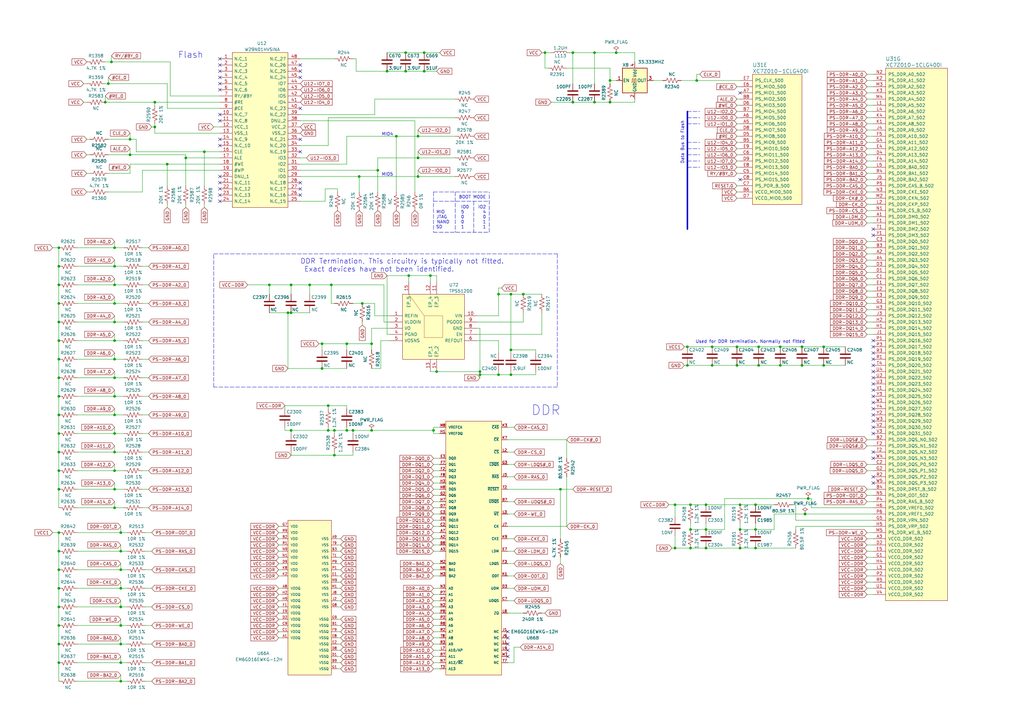
<source format=kicad_sch>
(kicad_sch (version 20230121) (generator eeschema)
  (paper "A3")
  (title_block (title "EBAZ4205 Schematic rebuild.") (date "2021-02-15") (rev "V004") (comment 1 "Some schematic symbols have been eeditted to clear DRC errors") (comment 2 "Extra PWR_FLAGS have been added to clear DRC errors") (comment 3 "Kicad does not allow refs like RxxxA some some devices have been renumbered"))
  (junction (at 46.99 132.08) (diameter 0.9144))
  (junction (at 49.53 264.16) (diameter 0.9144))
  (junction (at 119.38 176.53) (diameter 0.9144))
  (junction (at 154.94 69.85) (diameter 0.9144))
  (junction (at 49.53 279.4) (diameter 0.9144))
  (junction (at 24.13 271.78) (diameter 0.9144))
  (junction (at 250.19 41.91) (diameter 0.9144))
  (junction (at 24.13 177.8) (diameter 0.9144))
  (junction (at 49.53 241.3) (diameter 0.9144))
  (junction (at 292.1 142.24) (diameter 0.9144))
  (junction (at 158.75 29.21) (diameter 0.9144))
  (junction (at 309.88 217.17) (diameter 0.9144))
  (junction (at 24.13 162.56) (diameter 0.9144))
  (junction (at 173.99 29.21) (diameter 0.9144))
  (junction (at 337.82 149.86) (diameter 0.9144))
  (junction (at 46.99 116.84) (diameter 0.9144))
  (junction (at 144.78 176.53) (diameter 0.9144))
  (junction (at 132.08 140.97) (diameter 0.9144))
  (junction (at 24.13 116.84) (diameter 0.9144))
  (junction (at 320.04 149.86) (diameter 0.9144))
  (junction (at 166.37 21.59) (diameter 0.9144))
  (junction (at 147.32 72.39) (diameter 0.9144))
  (junction (at 137.16 186.69) (diameter 0.9144))
  (junction (at 179.07 152.4) (diameter 0.9144))
  (junction (at 171.45 72.39) (diameter 0.9144))
  (junction (at 24.13 226.06) (diameter 0.9144))
  (junction (at 303.53 224.79) (diameter 0.9144))
  (junction (at 148.59 124.46) (diameter 0.9144))
  (junction (at 135.89 116.84) (diameter 0.9144))
  (junction (at 24.13 109.22) (diameter 0.9144))
  (junction (at 152.4 176.53) (diameter 0.9144))
  (junction (at 204.47 153.67) (diameter 0.9144))
  (junction (at 285.75 33.02) (diameter 0.9144))
  (junction (at 46.99 154.94) (diameter 0.9144))
  (junction (at 49.53 256.54) (diameter 0.9144))
  (junction (at 328.93 142.24) (diameter 0.9144))
  (junction (at 320.04 142.24) (diameter 0.9144))
  (junction (at 24.13 200.66) (diameter 0.9144))
  (junction (at 49.53 248.92) (diameter 0.9144))
  (junction (at 204.47 120.65) (diameter 0.9144))
  (junction (at 24.13 101.6) (diameter 0.9144))
  (junction (at 289.56 207.01) (diameter 0.9144))
  (junction (at 176.53 113.03) (diameter 0.9144))
  (junction (at 328.93 149.86) (diameter 0.9144))
  (junction (at 152.4 140.97) (diameter 0.9144))
  (junction (at 110.49 116.84) (diameter 0.9144))
  (junction (at 24.13 233.68) (diameter 0.9144))
  (junction (at 311.15 149.86) (diameter 0.9144))
  (junction (at 46.99 139.7) (diameter 0.9144))
  (junction (at 234.95 41.91) (diameter 0.9144))
  (junction (at 49.53 233.68) (diameter 0.9144))
  (junction (at 63.5 41.91) (diameter 0.9144))
  (junction (at 292.1 149.86) (diameter 0.9144))
  (junction (at 49.53 218.44) (diameter 0.9144))
  (junction (at 162.56 55.88) (diameter 0.9144))
  (junction (at 289.56 217.17) (diameter 0.9144))
  (junction (at 281.94 149.86) (diameter 0.9144))
  (junction (at 196.85 152.4) (diameter 0.9144))
  (junction (at 45.72 25.4) (diameter 0.9144))
  (junction (at 46.99 162.56) (diameter 0.9144))
  (junction (at 46.99 200.66) (diameter 0.9144))
  (junction (at 142.24 176.53) (diameter 0.9144))
  (junction (at 46.99 109.22) (diameter 0.9144))
  (junction (at 46.99 101.6) (diameter 0.9144))
  (junction (at 134.62 166.37) (diameter 0.9144))
  (junction (at 76.2 64.77) (diameter 0.9144))
  (junction (at 302.26 149.86) (diameter 0.9144))
  (junction (at 171.45 55.88) (diameter 0.9144))
  (junction (at 303.53 217.17) (diameter 0.9144))
  (junction (at 46.99 177.8) (diameter 0.9144))
  (junction (at 46.99 185.42) (diameter 0.9144))
  (junction (at 303.53 207.01) (diameter 0.9144))
  (junction (at 46.99 147.32) (diameter 0.9144))
  (junction (at 83.82 62.23) (diameter 0.9144))
  (junction (at 214.63 120.65) (diameter 0.9144))
  (junction (at 283.21 217.17) (diameter 0.9144))
  (junction (at 142.24 140.97) (diameter 0.9144))
  (junction (at 177.8 176.53) (diameter 0.9144))
  (junction (at 229.87 200.66) (diameter 0.9144))
  (junction (at 243.84 41.91) (diameter 0.9144))
  (junction (at 24.13 218.44) (diameter 0.9144))
  (junction (at 43.18 41.91) (diameter 0.9144))
  (junction (at 209.55 153.67) (diameter 0.9144))
  (junction (at 283.21 224.79) (diameter 0.9144))
  (junction (at 46.99 170.18) (diameter 0.9144))
  (junction (at 250.19 33.02) (diameter 0.9144))
  (junction (at 283.21 207.01) (diameter 0.9144))
  (junction (at 171.45 64.77) (diameter 0.9144))
  (junction (at 119.38 116.84) (diameter 0.9144))
  (junction (at 24.13 154.94) (diameter 0.9144))
  (junction (at 119.38 128.27) (diameter 0.9144))
  (junction (at 127 116.84) (diameter 0.9144))
  (junction (at 53.34 57.15) (diameter 0.9144))
  (junction (at 24.13 170.18) (diameter 0.9144))
  (junction (at 49.53 226.06) (diameter 0.9144))
  (junction (at 276.86 207.01) (diameter 0.9144))
  (junction (at 24.13 264.16) (diameter 0.9144))
  (junction (at 24.13 132.08) (diameter 0.9144))
  (junction (at 173.99 21.59) (diameter 0.9144))
  (junction (at 24.13 185.42) (diameter 0.9144))
  (junction (at 209.55 143.51) (diameter 0.9144))
  (junction (at 166.37 29.21) (diameter 0.9144))
  (junction (at 49.53 271.78) (diameter 0.9144))
  (junction (at 24.13 256.54) (diameter 0.9144))
  (junction (at 24.13 139.7) (diameter 0.9144))
  (junction (at 118.11 128.27) (diameter 0.9144))
  (junction (at 167.64 113.03) (diameter 0.9144))
  (junction (at 309.88 224.79) (diameter 0.9144))
  (junction (at 281.94 142.24) (diameter 0.9144))
  (junction (at 24.13 193.04) (diameter 0.9144))
  (junction (at 24.13 241.3) (diameter 0.9144))
  (junction (at 223.52 21.59) (diameter 0.9144))
  (junction (at 196.85 153.67) (diameter 0.9144))
  (junction (at 24.13 124.46) (diameter 0.9144))
  (junction (at 209.55 120.65) (diameter 0.9144))
  (junction (at 68.58 67.31) (diameter 0.9144))
  (junction (at 24.13 248.92) (diameter 0.9144))
  (junction (at 337.82 142.24) (diameter 0.9144))
  (junction (at 46.99 124.46) (diameter 0.9144))
  (junction (at 134.62 176.53) (diameter 0.9144))
  (junction (at 289.56 224.79) (diameter 0.9144))
  (junction (at 46.99 193.04) (diameter 0.9144))
  (junction (at 309.88 207.01) (diameter 0.9144))
  (junction (at 234.95 21.59) (diameter 0.9144))
  (junction (at 137.16 176.53) (diameter 0.9144))
  (junction (at 252.73 21.59) (diameter 0.9144))
  (junction (at 276.86 224.79) (diameter 0.9144))
  (junction (at 24.13 147.32) (diameter 0.9144))
  (junction (at 63.5 52.07) (diameter 0.9144))
  (junction (at 311.15 142.24) (diameter 0.9144))
  (junction (at 132.08 151.13) (diameter 0.9144))
  (junction (at 302.26 142.24) (diameter 0.9144))
  (junction (at 330.2 210.82) (diameter 0.9144))
  (junction (at 243.84 21.59) (diameter 0.9144))
  (junction (at 44.45 34.29) (diameter 0.9144))
  (junction (at 331.47 204.47) (diameter 0.9144))
  (junction (at 53.34 63.5) (diameter 0.9144))
  (junction (at 46.99 208.28) (diameter 0.9144))
  (no_connect (at 358.14 93.98))
  (no_connect (at 358.14 96.52))
  (no_connect (at 90.17 24.13))
  (no_connect (at 90.17 26.67))
  (no_connect (at 90.17 29.21))
  (no_connect (at 90.17 31.75))
  (no_connect (at 90.17 34.29))
  (no_connect (at 90.17 36.83))
  (no_connect (at 90.17 46.99))
  (no_connect (at 90.17 49.53))
  (no_connect (at 90.17 57.15))
  (no_connect (at 90.17 59.69))
  (no_connect (at 90.17 72.39))
  (no_connect (at 90.17 74.93))
  (no_connect (at 90.17 77.47))
  (no_connect (at 90.17 80.01))
  (no_connect (at 90.17 82.55))
  (no_connect (at 123.19 26.67))
  (no_connect (at 123.19 29.21))
  (no_connect (at 123.19 31.75))
  (no_connect (at 123.19 44.45))
  (no_connect (at 123.19 57.15))
  (no_connect (at 123.19 62.23))
  (no_connect (at 123.19 74.93))
  (no_connect (at 123.19 77.47))
  (no_connect (at 123.19 80.01))
  (no_connect (at 303.53 38.1))
  (no_connect (at 358.14 139.7))
  (no_connect (at 358.14 142.24))
  (no_connect (at 358.14 144.78))
  (no_connect (at 358.14 147.32))
  (no_connect (at 358.14 149.86))
  (no_connect (at 358.14 152.4))
  (no_connect (at 358.14 154.94))
  (no_connect (at 358.14 157.48))
  (no_connect (at 358.14 160.02))
  (no_connect (at 358.14 162.56))
  (no_connect (at 358.14 165.1))
  (no_connect (at 358.14 167.64))
  (no_connect (at 358.14 170.18))
  (no_connect (at 358.14 172.72))
  (no_connect (at 358.14 175.26))
  (no_connect (at 358.14 177.8))
  (no_connect (at 358.14 185.42))
  (no_connect (at 358.14 187.96))
  (no_connect (at 358.14 195.58))
  (no_connect (at 358.14 198.12))
  (no_connect (at 208.28 259.08))
  (no_connect (at 208.28 261.62))
  (no_connect (at 208.28 264.16))
  (no_connect (at 208.28 266.7))
  (no_connect (at 208.28 269.24))
  (no_connect (at 303.53 73.66))
  (wire (pts (xy 83.82 83.82) (xy 83.82 85.09)))
  (wire (pts (xy 46.99 167.64) (xy 46.99 170.18)))
  (wire (pts (xy 45.72 22.86) (xy 45.72 25.4)))
  (wire (pts (xy 31.75 132.08) (xy 46.99 132.08)))
  (wire (pts (xy 45.72 25.4) (xy 43.18 25.4)))
  (wire (pts (xy 116.84 166.37) (xy 116.84 167.64)))
  (wire (pts (xy 158.75 113.03) (xy 158.75 137.16)))
  (wire (pts (xy 166.37 29.21) (xy 158.75 29.21)))
  (wire (pts (xy 154.94 64.77) (xy 154.94 69.85)))
  (wire (pts (xy 302.26 78.74) (xy 303.53 78.74)))
  (wire (pts (xy 355.6 116.84) (xy 358.14 116.84)))
  (wire (pts (xy 21.59 218.44) (xy 24.13 218.44)))
  (wire (pts (xy 303.53 207.01) (xy 309.88 207.01)))
  (wire (pts (xy 311.15 149.86) (xy 302.26 149.86)))
  (wire (pts (xy 177.8 175.26) (xy 177.8 176.53)))
  (wire (pts (xy 31.75 116.84) (xy 46.99 116.84)))
  (wire (pts (xy 138.43 248.92) (xy 139.7 248.92)))
  (wire (pts (xy 87.63 52.07) (xy 90.17 52.07)))
  (wire (pts (xy 280.67 142.24) (xy 281.94 142.24)))
  (wire (pts (xy 76.2 64.77) (xy 76.2 76.2)))
  (wire (pts (xy 204.47 129.54) (xy 204.47 120.65)))
  (wire (pts (xy 24.13 185.42) (xy 24.13 177.8)))
  (wire (pts (xy 156.21 151.13) (xy 156.21 139.7)))
  (wire (pts (xy 196.85 134.62) (xy 196.85 152.4)))
  (wire (pts (xy 260.35 41.91) (xy 250.19 41.91)))
  (wire (pts (xy 302.26 81.28) (xy 303.53 81.28)))
  (wire (pts (xy 219.71 152.4) (xy 219.71 153.67)))
  (wire (pts (xy 46.99 137.16) (xy 46.99 139.7)))
  (wire (pts (xy 63.5 52.07) (xy 63.5 54.61)))
  (wire (pts (xy 46.99 160.02) (xy 46.99 162.56)))
  (wire (pts (xy 31.75 185.42) (xy 46.99 185.42)))
  (wire (pts (xy 177.8 175.26) (xy 180.34 175.26)))
  (wire (pts (xy 208.28 210.82) (xy 210.82 210.82)))
  (wire (pts (xy 177.8 198.12) (xy 180.34 198.12)))
  (wire (pts (xy 138.43 264.16) (xy 139.7 264.16)))
  (wire (pts (xy 355.6 58.42) (xy 358.14 58.42)))
  (wire (pts (xy 114.3 248.92) (xy 115.57 248.92)))
  (wire (pts (xy 302.26 76.2) (xy 303.53 76.2)))
  (wire (pts (xy 355.6 99.06) (xy 358.14 99.06)))
  (wire (pts (xy 24.13 162.56) (xy 24.13 170.18)))
  (wire (pts (xy 46.99 162.56) (xy 50.8 162.56)))
  (wire (pts (xy 138.43 261.62) (xy 139.7 261.62)))
  (wire (pts (xy 24.13 200.66) (xy 24.13 193.04)))
  (wire (pts (xy 119.38 186.69) (xy 137.16 186.69)))
  (wire (pts (xy 177.8 271.78) (xy 180.34 271.78)))
  (wire (pts (xy 177.8 243.84) (xy 180.34 243.84)))
  (wire (pts (xy 158.75 137.16) (xy 160.02 137.16)))
  (wire (pts (xy 171.45 64.77) (xy 186.69 64.77)))
  (wire (pts (xy 76.2 63.5) (xy 76.2 64.77)))
  (wire (pts (xy 177.8 177.8) (xy 180.34 177.8)))
  (wire (pts (xy 138.43 220.98) (xy 139.7 220.98)))
  (wire (pts (xy 24.13 271.78) (xy 24.13 279.4)))
  (polyline (pts (xy 194.31 82.55) (xy 194.31 95.25)) (stroke (width 0) (type dash)))
  (wire (pts (xy 355.6 73.66) (xy 358.14 73.66)))
  (wire (pts (xy 208.28 205.74) (xy 210.82 205.74)))
  (wire (pts (xy 222.25 251.46) (xy 223.52 251.46)))
  (wire (pts (xy 177.8 251.46) (xy 180.34 251.46)))
  (wire (pts (xy 114.3 228.6) (xy 115.57 228.6)))
  (wire (pts (xy 355.6 35.56) (xy 358.14 35.56)))
  (wire (pts (xy 152.4 140.97) (xy 152.4 143.51)))
  (wire (pts (xy 31.75 271.78) (xy 49.53 271.78)))
  (wire (pts (xy 243.84 41.91) (xy 234.95 41.91)))
  (wire (pts (xy 355.6 50.8) (xy 358.14 50.8)))
  (wire (pts (xy 229.87 200.66) (xy 229.87 220.98)))
  (wire (pts (xy 90.17 64.77) (xy 76.2 64.77)))
  (wire (pts (xy 138.43 271.78) (xy 139.7 271.78)))
  (wire (pts (xy 123.19 49.53) (xy 170.18 49.53)))
  (wire (pts (xy 58.42 170.18) (xy 60.96 170.18)))
  (wire (pts (xy 53.34 54.61) (xy 53.34 57.15)))
  (wire (pts (xy 252.73 33.02) (xy 250.19 33.02)))
  (wire (pts (xy 59.69 256.54) (xy 62.23 256.54)))
  (wire (pts (xy 53.34 71.12) (xy 53.34 67.31)))
  (wire (pts (xy 24.13 241.3) (xy 24.13 233.68)))
  (wire (pts (xy 24.13 154.94) (xy 24.13 162.56)))
  (wire (pts (xy 114.3 254) (xy 115.57 254)))
  (wire (pts (xy 179.07 115.57) (xy 179.07 113.03)))
  (wire (pts (xy 195.58 132.08) (xy 214.63 132.08)))
  (wire (pts (xy 63.5 41.91) (xy 63.5 43.18)))
  (wire (pts (xy 46.99 114.3) (xy 46.99 116.84)))
  (wire (pts (xy 148.59 124.46) (xy 153.67 124.46)))
  (wire (pts (xy 208.28 241.3) (xy 210.82 241.3)))
  (wire (pts (xy 355.6 38.1) (xy 358.14 38.1)))
  (wire (pts (xy 177.8 215.9) (xy 180.34 215.9)))
  (wire (pts (xy 63.5 54.61) (xy 90.17 54.61)))
  (wire (pts (xy 186.69 40.64) (xy 153.67 40.64)))
  (wire (pts (xy 302.26 48.26) (xy 303.53 48.26)))
  (wire (pts (xy 147.32 72.39) (xy 147.32 78.74)))
  (wire (pts (xy 90.17 44.45) (xy 68.58 44.45)))
  (wire (pts (xy 142.24 176.53) (xy 144.78 176.53)))
  (wire (pts (xy 355.6 236.22) (xy 358.14 236.22)))
  (wire (pts (xy 186.69 48.26) (xy 134.62 48.26)))
  (wire (pts (xy 142.24 166.37) (xy 142.24 167.64)))
  (wire (pts (xy 179.07 29.21) (xy 173.99 29.21)))
  (wire (pts (xy 355.6 66.04) (xy 358.14 66.04)))
  (wire (pts (xy 138.43 259.08) (xy 139.7 259.08)))
  (wire (pts (xy 355.6 200.66) (xy 358.14 200.66)))
  (wire (pts (xy 302.26 58.42) (xy 303.53 58.42)))
  (wire (pts (xy 177.8 274.32) (xy 180.34 274.32)))
  (wire (pts (xy 355.6 78.74) (xy 358.14 78.74)))
  (wire (pts (xy 222.25 21.59) (xy 223.52 21.59)))
  (wire (pts (xy 177.8 187.96) (xy 180.34 187.96)))
  (wire (pts (xy 46.99 101.6) (xy 50.8 101.6)))
  (wire (pts (xy 302.26 66.04) (xy 303.53 66.04)))
  (polyline (pts (xy 281.94 68.58) (xy 287.02 68.58)) (stroke (width 0) (type dash)))
  (wire (pts (xy 24.13 109.22) (xy 24.13 116.84)))
  (wire (pts (xy 138.43 228.6) (xy 139.7 228.6)))
  (wire (pts (xy 234.95 41.91) (xy 226.06 41.91)))
  (wire (pts (xy 46.99 177.8) (xy 50.8 177.8)))
  (wire (pts (xy 133.35 77.47) (xy 133.35 82.55)))
  (wire (pts (xy 49.53 276.86) (xy 49.53 279.4)))
  (wire (pts (xy 118.11 128.27) (xy 118.11 151.13)))
  (wire (pts (xy 138.43 241.3) (xy 139.7 241.3)))
  (wire (pts (xy 46.99 124.46) (xy 50.8 124.46)))
  (wire (pts (xy 31.75 264.16) (xy 49.53 264.16)))
  (wire (pts (xy 59.69 241.3) (xy 62.23 241.3)))
  (wire (pts (xy 177.8 218.44) (xy 180.34 218.44)))
  (wire (pts (xy 24.13 256.54) (xy 24.13 264.16)))
  (wire (pts (xy 142.24 175.26) (xy 142.24 176.53)))
  (wire (pts (xy 142.24 67.31) (xy 123.19 67.31)))
  (wire (pts (xy 326.39 213.36) (xy 358.14 213.36)))
  (wire (pts (xy 46.99 147.32) (xy 50.8 147.32)))
  (wire (pts (xy 167.64 113.03) (xy 158.75 113.03)))
  (wire (pts (xy 173.99 21.59) (xy 166.37 21.59)))
  (wire (pts (xy 337.82 142.24) (xy 328.93 142.24)))
  (wire (pts (xy 355.6 134.62) (xy 358.14 134.62)))
  (wire (pts (xy 49.53 231.14) (xy 49.53 233.68)))
  (wire (pts (xy 114.3 226.06) (xy 115.57 226.06)))
  (polyline (pts (xy 177.8 82.55) (xy 200.66 82.55)) (stroke (width 0) (type dash)))
  (wire (pts (xy 119.38 116.84) (xy 110.49 116.84)))
  (wire (pts (xy 355.6 190.5) (xy 358.14 190.5)))
  (wire (pts (xy 53.34 60.96) (xy 53.34 63.5)))
  (wire (pts (xy 58.42 208.28) (xy 60.96 208.28)))
  (wire (pts (xy 204.47 153.67) (xy 196.85 153.67)))
  (wire (pts (xy 355.6 43.18) (xy 358.14 43.18)))
  (wire (pts (xy 320.04 149.86) (xy 311.15 149.86)))
  (wire (pts (xy 355.6 68.58) (xy 358.14 68.58)))
  (polyline (pts (xy 281.94 48.26) (xy 281.94 45.72)) (stroke (width 0) (type dash)))
  (wire (pts (xy 58.42 177.8) (xy 60.96 177.8)))
  (wire (pts (xy 289.56 214.63) (xy 289.56 217.17)))
  (wire (pts (xy 208.28 185.42) (xy 210.82 185.42)))
  (wire (pts (xy 31.75 101.6) (xy 46.99 101.6)))
  (wire (pts (xy 90.17 39.37) (xy 69.85 39.37)))
  (wire (pts (xy 35.56 71.12) (xy 36.83 71.12)))
  (wire (pts (xy 31.75 226.06) (xy 49.53 226.06)))
  (wire (pts (xy 331.47 204.47) (xy 297.18 204.47)))
  (wire (pts (xy 332.74 204.47) (xy 331.47 204.47)))
  (wire (pts (xy 204.47 152.4) (xy 204.47 153.67)))
  (wire (pts (xy 46.99 190.5) (xy 46.99 193.04)))
  (wire (pts (xy 302.26 55.88) (xy 303.53 55.88)))
  (wire (pts (xy 267.97 33.02) (xy 271.78 33.02)))
  (wire (pts (xy 46.99 121.92) (xy 46.99 124.46)))
  (wire (pts (xy 31.75 124.46) (xy 46.99 124.46)))
  (wire (pts (xy 289.56 207.01) (xy 283.21 207.01)))
  (wire (pts (xy 46.99 129.54) (xy 46.99 132.08)))
  (wire (pts (xy 24.13 170.18) (xy 24.13 177.8)))
  (wire (pts (xy 326.39 207.01) (xy 326.39 213.36)))
  (wire (pts (xy 46.99 144.78) (xy 46.99 147.32)))
  (wire (pts (xy 302.26 43.18) (xy 303.53 43.18)))
  (wire (pts (xy 292.1 142.24) (xy 281.94 142.24)))
  (wire (pts (xy 355.6 106.68) (xy 358.14 106.68)))
  (wire (pts (xy 289.56 217.17) (xy 297.18 217.17)))
  (wire (pts (xy 119.38 128.27) (xy 127 128.27)))
  (wire (pts (xy 177.8 205.74) (xy 180.34 205.74)))
  (wire (pts (xy 208.28 175.26) (xy 210.82 175.26)))
  (wire (pts (xy 223.52 27.94) (xy 224.79 27.94)))
  (wire (pts (xy 137.16 177.8) (xy 137.16 176.53)))
  (wire (pts (xy 208.28 215.9) (xy 232.41 215.9)))
  (wire (pts (xy 138.43 266.7) (xy 139.7 266.7)))
  (wire (pts (xy 154.94 69.85) (xy 154.94 78.74)))
  (wire (pts (xy 208.28 226.06) (xy 210.82 226.06)))
  (wire (pts (xy 114.3 256.54) (xy 115.57 256.54)))
  (wire (pts (xy 355.6 223.52) (xy 358.14 223.52)))
  (wire (pts (xy 355.6 226.06) (xy 358.14 226.06)))
  (wire (pts (xy 302.26 71.12) (xy 303.53 71.12)))
  (wire (pts (xy 114.3 259.08) (xy 115.57 259.08)))
  (wire (pts (xy 132.08 151.13) (xy 142.24 151.13)))
  (polyline (pts (xy 281.94 48.26) (xy 287.02 48.26)) (stroke (width 0) (type dash)))
  (wire (pts (xy 135.89 116.84) (xy 127 116.84)))
  (wire (pts (xy 43.18 41.91) (xy 63.5 41.91)))
  (wire (pts (xy 24.13 132.08) (xy 24.13 124.46)))
  (wire (pts (xy 177.8 246.38) (xy 180.34 246.38)))
  (wire (pts (xy 167.64 113.03) (xy 167.64 115.57)))
  (wire (pts (xy 137.16 186.69) (xy 144.78 186.69)))
  (wire (pts (xy 119.38 116.84) (xy 119.38 120.65)))
  (wire (pts (xy 355.6 40.64) (xy 358.14 40.64)))
  (wire (pts (xy 233.68 21.59) (xy 234.95 21.59)))
  (wire (pts (xy 276.86 219.71) (xy 276.86 224.79)))
  (wire (pts (xy 46.99 208.28) (xy 50.8 208.28)))
  (wire (pts (xy 355.6 127) (xy 358.14 127)))
  (wire (pts (xy 355.6 91.44) (xy 358.14 91.44)))
  (wire (pts (xy 355.6 243.84) (xy 358.14 243.84)))
  (wire (pts (xy 204.47 139.7) (xy 204.47 144.78)))
  (wire (pts (xy 302.26 142.24) (xy 311.15 142.24)))
  (wire (pts (xy 355.6 238.76) (xy 358.14 238.76)))
  (wire (pts (xy 276.86 207.01) (xy 283.21 207.01)))
  (wire (pts (xy 328.93 149.86) (xy 320.04 149.86)))
  (wire (pts (xy 62.23 52.07) (xy 63.5 52.07)))
  (wire (pts (xy 222.25 128.27) (xy 222.25 137.16)))
  (wire (pts (xy 219.71 144.78) (xy 219.71 143.51)))
  (wire (pts (xy 24.13 248.92) (xy 24.13 256.54)))
  (wire (pts (xy 173.99 21.59) (xy 180.34 21.59)))
  (wire (pts (xy 138.43 256.54) (xy 139.7 256.54)))
  (wire (pts (xy 114.3 223.52) (xy 115.57 223.52)))
  (wire (pts (xy 234.95 21.59) (xy 234.95 34.29)))
  (wire (pts (xy 144.78 124.46) (xy 148.59 124.46)))
  (wire (pts (xy 114.3 236.22) (xy 115.57 236.22)))
  (wire (pts (xy 24.13 132.08) (xy 24.13 139.7)))
  (wire (pts (xy 58.42 132.08) (xy 60.96 132.08)))
  (wire (pts (xy 35.56 63.5) (xy 36.83 63.5)))
  (polyline (pts (xy 281.94 63.5) (xy 287.02 63.5)) (stroke (width 0) (type dash)))
  (wire (pts (xy 49.53 261.62) (xy 49.53 264.16)))
  (wire (pts (xy 289.56 224.79) (xy 303.53 224.79)))
  (wire (pts (xy 196.85 152.4) (xy 179.07 152.4)))
  (wire (pts (xy 138.43 243.84) (xy 139.7 243.84)))
  (wire (pts (xy 209.55 153.67) (xy 204.47 153.67)))
  (wire (pts (xy 177.8 269.24) (xy 180.34 269.24)))
  (wire (pts (xy 31.75 154.94) (xy 46.99 154.94)))
  (wire (pts (xy 176.53 113.03) (xy 176.53 115.57)))
  (wire (pts (xy 123.19 24.13) (xy 137.16 24.13)))
  (wire (pts (xy 90.17 67.31) (xy 68.58 67.31)))
  (wire (pts (xy 302.26 40.64) (xy 303.53 40.64)))
  (wire (pts (xy 53.34 67.31) (xy 68.58 67.31)))
  (wire (pts (xy 355.6 114.3) (xy 358.14 114.3)))
  (wire (pts (xy 160.02 132.08) (xy 157.48 132.08)))
  (wire (pts (xy 101.6 116.84) (xy 110.49 116.84)))
  (wire (pts (xy 123.19 69.85) (xy 154.94 69.85)))
  (wire (pts (xy 355.6 228.6) (xy 358.14 228.6)))
  (wire (pts (xy 302.26 53.34) (xy 303.53 53.34)))
  (polyline (pts (xy 228.6 158.75) (xy 87.63 158.75)) (stroke (width 0) (type dash)))
  (wire (pts (xy 44.45 71.12) (xy 53.34 71.12)))
  (wire (pts (xy 283.21 217.17) (xy 289.56 217.17)))
  (wire (pts (xy 134.62 175.26) (xy 134.62 176.53)))
  (wire (pts (xy 31.75 193.04) (xy 46.99 193.04)))
  (wire (pts (xy 355.6 104.14) (xy 358.14 104.14)))
  (wire (pts (xy 49.53 218.44) (xy 52.07 218.44)))
  (wire (pts (xy 137.16 176.53) (xy 134.62 176.53)))
  (wire (pts (xy 280.67 149.86) (xy 281.94 149.86)))
  (wire (pts (xy 24.13 200.66) (xy 24.13 208.28)))
  (wire (pts (xy 46.99 132.08) (xy 50.8 132.08)))
  (wire (pts (xy 146.05 24.13) (xy 146.05 29.21)))
  (wire (pts (xy 250.19 27.94) (xy 250.19 33.02)))
  (wire (pts (xy 210.82 265.43) (xy 210.82 271.78)))
  (wire (pts (xy 138.43 223.52) (xy 139.7 223.52)))
  (wire (pts (xy 138.43 233.68) (xy 139.7 233.68)))
  (wire (pts (xy 114.3 243.84) (xy 115.57 243.84)))
  (wire (pts (xy 59.69 279.4) (xy 62.23 279.4)))
  (wire (pts (xy 162.56 55.88) (xy 142.24 55.88)))
  (wire (pts (xy 250.19 41.91) (xy 243.84 41.91)))
  (wire (pts (xy 138.43 254) (xy 139.7 254)))
  (wire (pts (xy 49.53 248.92) (xy 52.07 248.92)))
  (wire (pts (xy 309.88 207.01) (xy 317.5 207.01)))
  (wire (pts (xy 31.75 200.66) (xy 46.99 200.66)))
  (wire (pts (xy 31.75 248.92) (xy 49.53 248.92)))
  (wire (pts (xy 31.75 170.18) (xy 46.99 170.18)))
  (polyline (pts (xy 281.94 45.72) (xy 281.94 93.98)) (stroke (width 0.6) (type solid)))
  (wire (pts (xy 46.99 182.88) (xy 46.99 185.42)))
  (wire (pts (xy 209.55 120.65) (xy 204.47 120.65)))
  (wire (pts (xy 208.28 251.46) (xy 214.63 251.46)))
  (wire (pts (xy 58.42 109.22) (xy 60.96 109.22)))
  (wire (pts (xy 119.38 176.53) (xy 134.62 176.53)))
  (wire (pts (xy 49.53 238.76) (xy 49.53 241.3)))
  (wire (pts (xy 177.8 261.62) (xy 180.34 261.62)))
  (wire (pts (xy 355.6 53.34) (xy 358.14 53.34)))
  (wire (pts (xy 49.53 215.9) (xy 49.53 218.44)))
  (wire (pts (xy 355.6 55.88) (xy 358.14 55.88)))
  (wire (pts (xy 337.82 149.86) (xy 346.71 149.86)))
  (wire (pts (xy 152.4 134.62) (xy 160.02 134.62)))
  (wire (pts (xy 138.43 77.47) (xy 138.43 78.74)))
  (wire (pts (xy 24.13 185.42) (xy 24.13 193.04)))
  (polyline (pts (xy 281.94 50.8) (xy 281.94 52.07)) (stroke (width 0) (type dash)))
  (wire (pts (xy 302.26 60.96) (xy 303.53 60.96)))
  (wire (pts (xy 119.38 186.69) (xy 119.38 185.42)))
  (wire (pts (xy 46.99 109.22) (xy 50.8 109.22)))
  (wire (pts (xy 302.26 142.24) (xy 292.1 142.24)))
  (wire (pts (xy 123.19 64.77) (xy 125.73 64.77)))
  (polyline (pts (xy 281.94 66.04) (xy 287.02 66.04)) (stroke (width 0) (type dash)))
  (wire (pts (xy 35.56 57.15) (xy 36.83 57.15)))
  (wire (pts (xy 31.75 109.22) (xy 46.99 109.22)))
  (wire (pts (xy 144.78 186.69) (xy 144.78 185.42)))
  (wire (pts (xy 177.8 193.04) (xy 180.34 193.04)))
  (wire (pts (xy 173.99 29.21) (xy 166.37 29.21)))
  (wire (pts (xy 55.88 57.15) (xy 55.88 62.23)))
  (wire (pts (xy 24.13 109.22) (xy 24.13 101.6)))
  (wire (pts (xy 49.53 233.68) (xy 52.07 233.68)))
  (wire (pts (xy 337.82 149.86) (xy 328.93 149.86)))
  (wire (pts (xy 355.6 83.82) (xy 358.14 83.82)))
  (wire (pts (xy 44.45 31.75) (xy 44.45 34.29)))
  (wire (pts (xy 31.75 162.56) (xy 46.99 162.56)))
  (wire (pts (xy 177.8 236.22) (xy 180.34 236.22)))
  (wire (pts (xy 58.42 162.56) (xy 60.96 162.56)))
  (wire (pts (xy 24.13 124.46) (xy 24.13 116.84)))
  (wire (pts (xy 46.99 185.42) (xy 50.8 185.42)))
  (wire (pts (xy 31.75 233.68) (xy 49.53 233.68)))
  (wire (pts (xy 355.6 81.28) (xy 358.14 81.28)))
  (wire (pts (xy 114.3 246.38) (xy 115.57 246.38)))
  (wire (pts (xy 59.69 264.16) (xy 62.23 264.16)))
  (wire (pts (xy 195.58 139.7) (xy 204.47 139.7)))
  (wire (pts (xy 152.4 176.53) (xy 144.78 176.53)))
  (wire (pts (xy 177.8 176.53) (xy 152.4 176.53)))
  (wire (pts (xy 90.17 62.23) (xy 83.82 62.23)))
  (wire (pts (xy 152.4 134.62) (xy 152.4 140.97)))
  (wire (pts (xy 127 116.84) (xy 127 120.65)))
  (wire (pts (xy 179.07 113.03) (xy 176.53 113.03)))
  (wire (pts (xy 205.74 118.11) (xy 204.47 118.11)))
  (wire (pts (xy 144.78 177.8) (xy 144.78 176.53)))
  (wire (pts (xy 171.45 55.88) (xy 186.69 55.88)))
  (wire (pts (xy 355.6 137.16) (xy 358.14 137.16)))
  (polyline (pts (xy 281.94 60.96) (xy 287.02 60.96)) (stroke (width 0) (type dash)))
  (wire (pts (xy 118.11 151.13) (xy 132.08 151.13)))
  (wire (pts (xy 63.5 50.8) (xy 63.5 52.07)))
  (wire (pts (xy 260.35 40.64) (xy 260.35 41.91)))
  (wire (pts (xy 153.67 129.54) (xy 160.02 129.54)))
  (wire (pts (xy 46.99 99.06) (xy 46.99 101.6)))
  (wire (pts (xy 127 116.84) (xy 119.38 116.84)))
  (wire (pts (xy 355.6 193.04) (xy 358.14 193.04)))
  (wire (pts (xy 302.26 68.58) (xy 303.53 68.58)))
  (wire (pts (xy 68.58 34.29) (xy 68.58 44.45)))
  (wire (pts (xy 177.8 190.5) (xy 180.34 190.5)))
  (wire (pts (xy 309.88 214.63) (xy 309.88 217.17)))
  (wire (pts (xy 208.28 190.5) (xy 210.82 190.5)))
  (wire (pts (xy 209.55 120.65) (xy 214.63 120.65)))
  (wire (pts (xy 177.8 213.36) (xy 180.34 213.36)))
  (wire (pts (xy 59.69 226.06) (xy 62.23 226.06)))
  (wire (pts (xy 292.1 149.86) (xy 281.94 149.86)))
  (wire (pts (xy 325.12 207.01) (xy 326.39 207.01)))
  (wire (pts (xy 177.8 256.54) (xy 180.34 256.54)))
  (wire (pts (xy 68.58 67.31) (xy 68.58 76.2)))
  (wire (pts (xy 31.75 218.44) (xy 49.53 218.44)))
  (wire (pts (xy 355.6 48.26) (xy 358.14 48.26)))
  (wire (pts (xy 114.3 251.46) (xy 115.57 251.46)))
  (wire (pts (xy 287.02 30.48) (xy 285.75 30.48)))
  (wire (pts (xy 309.88 217.17) (xy 303.53 217.17)))
  (wire (pts (xy 46.99 198.12) (xy 46.99 200.66)))
  (wire (pts (xy 69.85 39.37) (xy 69.85 25.4)))
  (wire (pts (xy 355.6 60.96) (xy 358.14 60.96)))
  (wire (pts (xy 297.18 204.47) (xy 297.18 217.17)))
  (wire (pts (xy 177.8 233.68) (xy 180.34 233.68)))
  (polyline (pts (xy 281.94 48.26) (xy 281.94 50.8)) (stroke (width 0) (type dash)))
  (wire (pts (xy 355.6 233.68) (xy 358.14 233.68)))
  (wire (pts (xy 157.48 116.84) (xy 157.48 132.08)))
  (wire (pts (xy 46.99 200.66) (xy 50.8 200.66)))
  (wire (pts (xy 317.5 210.82) (xy 330.2 210.82)))
  (wire (pts (xy 330.2 210.82) (xy 358.14 210.82)))
  (wire (pts (xy 209.55 143.51) (xy 209.55 144.78)))
  (wire (pts (xy 34.29 34.29) (xy 35.56 34.29)))
  (wire (pts (xy 177.8 254) (xy 180.34 254)))
  (wire (pts (xy 134.62 166.37) (xy 134.62 167.64)))
  (wire (pts (xy 114.3 220.98) (xy 115.57 220.98)))
  (wire (pts (xy 208.28 220.98) (xy 210.82 220.98)))
  (wire (pts (xy 58.42 147.32) (xy 60.96 147.32)))
  (wire (pts (xy 138.43 238.76) (xy 139.7 238.76)))
  (wire (pts (xy 83.82 62.23) (xy 83.82 76.2)))
  (wire (pts (xy 24.13 248.92) (xy 24.13 241.3)))
  (wire (pts (xy 59.69 218.44) (xy 62.23 218.44)))
  (wire (pts (xy 177.8 248.92) (xy 180.34 248.92)))
  (wire (pts (xy 355.6 121.92) (xy 358.14 121.92)))
  (wire (pts (xy 135.89 116.84) (xy 135.89 124.46)))
  (wire (pts (xy 123.19 72.39) (xy 147.32 72.39)))
  (wire (pts (xy 177.8 241.3) (xy 180.34 241.3)))
  (wire (pts (xy 31.75 279.4) (xy 49.53 279.4)))
  (wire (pts (xy 135.89 116.84) (xy 157.48 116.84)))
  (wire (pts (xy 285.75 30.48) (xy 285.75 33.02)))
  (wire (pts (xy 208.28 200.66) (xy 229.87 200.66)))
  (polyline (pts (xy 281.94 58.42) (xy 287.02 58.42)) (stroke (width 0) (type dash)))
  (wire (pts (xy 355.6 218.44) (xy 358.14 218.44)))
  (wire (pts (xy 116.84 166.37) (xy 134.62 166.37)))
  (wire (pts (xy 289.56 207.01) (xy 303.53 207.01)))
  (wire (pts (xy 142.24 140.97) (xy 132.08 140.97)))
  (wire (pts (xy 309.88 217.17) (xy 317.5 217.17)))
  (wire (pts (xy 232.41 27.94) (xy 250.19 27.94)))
  (wire (pts (xy 177.8 231.14) (xy 180.34 231.14)))
  (wire (pts (xy 332.74 208.28) (xy 358.14 208.28)))
  (wire (pts (xy 49.53 223.52) (xy 49.53 226.06)))
  (wire (pts (xy 59.69 248.92) (xy 62.23 248.92)))
  (wire (pts (xy 229.87 228.6) (xy 229.87 231.14)))
  (wire (pts (xy 243.84 21.59) (xy 243.84 34.29)))
  (wire (pts (xy 138.43 274.32) (xy 139.7 274.32)))
  (wire (pts (xy 332.74 208.28) (xy 332.74 204.47)))
  (wire (pts (xy 58.42 101.6) (xy 60.96 101.6)))
  (wire (pts (xy 58.42 185.42) (xy 60.96 185.42)))
  (wire (pts (xy 355.6 132.08) (xy 358.14 132.08)))
  (wire (pts (xy 46.99 205.74) (xy 46.99 208.28)))
  (wire (pts (xy 31.75 147.32) (xy 46.99 147.32)))
  (wire (pts (xy 302.26 149.86) (xy 292.1 149.86)))
  (wire (pts (xy 134.62 59.69) (xy 123.19 59.69)))
  (wire (pts (xy 110.49 116.84) (xy 110.49 120.65)))
  (wire (pts (xy 320.04 142.24) (xy 311.15 142.24)))
  (wire (pts (xy 171.45 53.34) (xy 171.45 55.88)))
  (wire (pts (xy 24.13 264.16) (xy 24.13 271.78)))
  (wire (pts (xy 171.45 55.88) (xy 162.56 55.88)))
  (wire (pts (xy 53.34 63.5) (xy 76.2 63.5)))
  (wire (pts (xy 49.53 264.16) (xy 52.07 264.16)))
  (wire (pts (xy 156.21 139.7) (xy 160.02 139.7)))
  (wire (pts (xy 44.45 57.15) (xy 53.34 57.15)))
  (wire (pts (xy 326.39 215.9) (xy 326.39 217.17)))
  (wire (pts (xy 68.58 83.82) (xy 68.58 85.09)))
  (wire (pts (xy 171.45 62.23) (xy 171.45 64.77)))
  (wire (pts (xy 302.26 35.56) (xy 303.53 35.56)))
  (wire (pts (xy 196.85 153.67) (xy 196.85 152.4)))
  (wire (pts (xy 204.47 118.11) (xy 204.47 120.65)))
  (wire (pts (xy 171.45 72.39) (xy 147.32 72.39)))
  (wire (pts (xy 260.35 21.59) (xy 260.35 25.4)))
  (wire (pts (xy 276.86 224.79) (xy 283.21 224.79)))
  (wire (pts (xy 35.56 78.74) (xy 36.83 78.74)))
  (wire (pts (xy 208.28 236.22) (xy 210.82 236.22)))
  (wire (pts (xy 176.53 152.4) (xy 179.07 152.4)))
  (wire (pts (xy 138.43 226.06) (xy 139.7 226.06)))
  (wire (pts (xy 58.42 116.84) (xy 60.96 116.84)))
  (wire (pts (xy 214.63 120.65) (xy 222.25 120.65)))
  (wire (pts (xy 328.93 142.24) (xy 320.04 142.24)))
  (wire (pts (xy 196.85 153.67) (xy 196.85 154.94)))
  (wire (pts (xy 302.26 45.72) (xy 303.53 45.72)))
  (wire (pts (xy 355.6 76.2) (xy 358.14 76.2)))
  (wire (pts (xy 302.26 50.8) (xy 303.53 50.8)))
  (wire (pts (xy 177.8 176.53) (xy 177.8 177.8)))
  (wire (pts (xy 208.28 231.14) (xy 210.82 231.14)))
  (wire (pts (xy 355.6 124.46) (xy 358.14 124.46)))
  (wire (pts (xy 209.55 153.67) (xy 219.71 153.67)))
  (wire (pts (xy 355.6 119.38) (xy 358.14 119.38)))
  (wire (pts (xy 138.43 236.22) (xy 139.7 236.22)))
  (wire (pts (xy 138.43 77.47) (xy 133.35 77.47)))
  (wire (pts (xy 58.42 69.85) (xy 58.42 78.74)))
  (wire (pts (xy 355.6 71.12) (xy 358.14 71.12)))
  (wire (pts (xy 24.13 139.7) (xy 24.13 147.32)))
  (wire (pts (xy 152.4 151.13) (xy 156.21 151.13)))
  (wire (pts (xy 177.8 200.66) (xy 180.34 200.66)))
  (wire (pts (xy 144.78 24.13) (xy 146.05 24.13)))
  (wire (pts (xy 177.8 266.7) (xy 180.34 266.7)))
  (wire (pts (xy 148.59 132.08) (xy 148.59 133.35)))
  (wire (pts (xy 46.99 106.68) (xy 46.99 109.22)))
  (wire (pts (xy 171.45 69.85) (xy 171.45 72.39)))
  (wire (pts (xy 21.59 101.6) (xy 24.13 101.6)))
  (wire (pts (xy 177.8 203.2) (xy 180.34 203.2)))
  (wire (pts (xy 213.36 265.43) (xy 210.82 265.43)))
  (wire (pts (xy 355.6 205.74) (xy 358.14 205.74)))
  (wire (pts (xy 309.88 224.79) (xy 303.53 224.79)))
  (wire (pts (xy 177.8 259.08) (xy 180.34 259.08)))
  (wire (pts (xy 123.19 46.99) (xy 153.67 46.99)))
  (wire (pts (xy 208.28 195.58) (xy 210.82 195.58)))
  (wire (pts (xy 355.6 180.34) (xy 358.14 180.34)))
  (wire (pts (xy 283.21 214.63) (xy 283.21 217.17)))
  (wire (pts (xy 138.43 269.24) (xy 139.7 269.24)))
  (wire (pts (xy 114.3 215.9) (xy 115.57 215.9)))
  (wire (pts (xy 274.32 207.01) (xy 276.86 207.01)))
  (polyline (pts (xy 177.8 78.74) (xy 177.8 95.25)) (stroke (width 0) (type dash)))
  (polyline (pts (xy 177.8 78.74) (xy 200.66 78.74)) (stroke (width 0) (type dash)))
  (polyline (pts (xy 177.8 95.25) (xy 200.66 95.25)) (stroke (width 0) (type dash)))
  (polyline (pts (xy 200.66 95.25) (xy 200.66 78.74)) (stroke (width 0) (type dash)))
  (wire (pts (xy 229.87 200.66) (xy 234.95 200.66)))
  (wire (pts (xy 46.99 154.94) (xy 50.8 154.94)))
  (wire (pts (xy 355.6 241.3) (xy 358.14 241.3)))
  (wire (pts (xy 176.53 113.03) (xy 167.64 113.03)))
  (wire (pts (xy 209.55 143.51) (xy 219.71 143.51)))
  (wire (pts (xy 44.45 78.74) (xy 58.42 78.74)))
  (wire (pts (xy 49.53 246.38) (xy 49.53 248.92)))
  (wire (pts (xy 138.43 246.38) (xy 139.7 246.38)))
  (wire (pts (xy 58.42 124.46) (xy 60.96 124.46)))
  (wire (pts (xy 46.99 175.26) (xy 46.99 177.8)))
  (wire (pts (xy 58.42 154.94) (xy 60.96 154.94)))
  (wire (pts (xy 355.6 45.72) (xy 358.14 45.72)))
  (wire (pts (xy 49.53 269.24) (xy 49.53 271.78)))
  (polyline (pts (xy 281.94 45.72) (xy 287.02 45.72)) (stroke (width 0) (type dash)))
  (wire (pts (xy 252.73 21.59) (xy 260.35 21.59)))
  (wire (pts (xy 302.26 63.5) (xy 303.53 63.5)))
  (wire (pts (xy 355.6 30.48) (xy 358.14 30.48)))
  (wire (pts (xy 250.19 33.02) (xy 250.19 34.29)))
  (wire (pts (xy 114.3 233.68) (xy 115.57 233.68)))
  (wire (pts (xy 170.18 49.53) (xy 170.18 78.74)))
  (wire (pts (xy 116.84 175.26) (xy 116.84 176.53)))
  (wire (pts (xy 142.24 140.97) (xy 152.4 140.97)))
  (wire (pts (xy 114.3 218.44) (xy 115.57 218.44)))
  (wire (pts (xy 31.75 241.3) (xy 49.53 241.3)))
  (wire (pts (xy 114.3 261.62) (xy 115.57 261.62)))
  (wire (pts (xy 46.99 116.84) (xy 50.8 116.84)))
  (wire (pts (xy 243.84 21.59) (xy 234.95 21.59)))
  (polyline (pts (xy 281.94 50.8) (xy 287.02 50.8)) (stroke (width 0) (type dash)))
  (wire (pts (xy 49.53 226.06) (xy 52.07 226.06)))
  (polyline (pts (xy 186.69 78.74) (xy 186.69 95.25)) (stroke (width 0) (type dash)))
  (wire (pts (xy 275.59 224.79) (xy 276.86 224.79)))
  (wire (pts (xy 114.3 241.3) (xy 115.57 241.3)))
  (wire (pts (xy 177.8 208.28) (xy 180.34 208.28)))
  (wire (pts (xy 303.53 214.63) (xy 303.53 217.17)))
  (wire (pts (xy 208.28 246.38) (xy 210.82 246.38)))
  (wire (pts (xy 177.8 223.52) (xy 180.34 223.52)))
  (wire (pts (xy 153.67 40.64) (xy 153.67 46.99)))
  (wire (pts (xy 285.75 33.02) (xy 303.53 33.02)))
  (wire (pts (xy 355.6 220.98) (xy 358.14 220.98)))
  (wire (pts (xy 43.18 34.29) (xy 44.45 34.29)))
  (wire (pts (xy 55.88 62.23) (xy 83.82 62.23)))
  (wire (pts (xy 59.69 233.68) (xy 62.23 233.68)))
  (wire (pts (xy 31.75 177.8) (xy 46.99 177.8)))
  (wire (pts (xy 177.8 220.98) (xy 180.34 220.98)))
  (wire (pts (xy 134.62 166.37) (xy 142.24 166.37)))
  (wire (pts (xy 116.84 176.53) (xy 119.38 176.53)))
  (wire (pts (xy 142.24 176.53) (xy 137.16 176.53)))
  (wire (pts (xy 171.45 72.39) (xy 186.69 72.39)))
  (wire (pts (xy 195.58 137.16) (xy 222.25 137.16)))
  (wire (pts (xy 46.99 152.4) (xy 46.99 154.94)))
  (wire (pts (xy 68.58 34.29) (xy 44.45 34.29)))
  (wire (pts (xy 44.45 63.5) (xy 53.34 63.5)))
  (wire (pts (xy 355.6 63.5) (xy 358.14 63.5)))
  (wire (pts (xy 134.62 48.26) (xy 134.62 59.69)))
  (wire (pts (xy 177.8 264.16) (xy 180.34 264.16)))
  (wire (pts (xy 49.53 271.78) (xy 52.07 271.78)))
  (wire (pts (xy 196.85 134.62) (xy 195.58 134.62)))
  (wire (pts (xy 63.5 41.91) (xy 90.17 41.91)))
  (wire (pts (xy 114.3 231.14) (xy 115.57 231.14)))
  (wire (pts (xy 232.41 195.58) (xy 232.41 215.9)))
  (wire (pts (xy 119.38 177.8) (xy 119.38 176.53)))
  (wire (pts (xy 279.4 33.02) (xy 285.75 33.02)))
  (polyline (pts (xy 87.63 158.75) (xy 87.63 104.14)) (stroke (width 0) (type dash)))
  (wire (pts (xy 232.41 180.34) (xy 232.41 187.96)))
  (wire (pts (xy 223.52 21.59) (xy 226.06 21.59)))
  (wire (pts (xy 76.2 83.82) (xy 76.2 85.09)))
  (wire (pts (xy 24.13 218.44) (xy 24.13 226.06)))
  (wire (pts (xy 31.75 139.7) (xy 46.99 139.7)))
  (wire (pts (xy 132.08 143.51) (xy 132.08 140.97)))
  (wire (pts (xy 46.99 193.04) (xy 50.8 193.04)))
  (wire (pts (xy 142.24 55.88) (xy 142.24 67.31)))
  (wire (pts (xy 355.6 88.9) (xy 358.14 88.9)))
  (wire (pts (xy 355.6 86.36) (xy 358.14 86.36)))
  (wire (pts (xy 158.75 21.59) (xy 166.37 21.59)))
  (wire (pts (xy 24.13 226.06) (xy 24.13 233.68)))
  (wire (pts (xy 130.81 140.97) (xy 132.08 140.97)))
  (wire (pts (xy 31.75 208.28) (xy 46.99 208.28)))
  (wire (pts (xy 177.8 210.82) (xy 180.34 210.82)))
  (wire (pts (xy 90.17 69.85) (xy 58.42 69.85)))
  (wire (pts (xy 59.69 271.78) (xy 62.23 271.78)))
  (wire (pts (xy 158.75 29.21) (xy 146.05 29.21)))
  (wire (pts (xy 195.58 129.54) (xy 204.47 129.54)))
  (wire (pts (xy 34.29 41.91) (xy 35.56 41.91)))
  (wire (pts (xy 210.82 271.78) (xy 208.28 271.78)))
  (wire (pts (xy 209.55 120.65) (xy 209.55 143.51)))
  (wire (pts (xy 355.6 109.22) (xy 358.14 109.22)))
  (wire (pts (xy 355.6 231.14) (xy 358.14 231.14)))
  (wire (pts (xy 49.53 279.4) (xy 52.07 279.4)))
  (wire (pts (xy 118.11 128.27) (xy 119.38 128.27)))
  (wire (pts (xy 355.6 111.76) (xy 358.14 111.76)))
  (wire (pts (xy 355.6 203.2) (xy 358.14 203.2)))
  (wire (pts (xy 49.53 241.3) (xy 52.07 241.3)))
  (wire (pts (xy 355.6 129.54) (xy 358.14 129.54)))
  (wire (pts (xy 142.24 140.97) (xy 142.24 143.51)))
  (wire (pts (xy 137.16 186.69) (xy 137.16 185.42)))
  (polyline (pts (xy 87.63 104.14) (xy 228.6 104.14)) (stroke (width 0) (type dash)))
  (wire (pts (xy 133.35 82.55) (xy 123.19 82.55)))
  (wire (pts (xy 153.67 124.46) (xy 153.67 129.54)))
  (wire (pts (xy 276.86 207.01) (xy 276.86 212.09)))
  (wire (pts (xy 337.82 142.24) (xy 346.71 142.24)))
  (wire (pts (xy 355.6 33.02) (xy 358.14 33.02)))
  (wire (pts (xy 171.45 64.77) (xy 154.94 64.77)))
  (wire (pts (xy 24.13 147.32) (xy 24.13 154.94)))
  (wire (pts (xy 43.18 39.37) (xy 43.18 41.91)))
  (wire (pts (xy 31.75 256.54) (xy 49.53 256.54)))
  (wire (pts (xy 289.56 224.79) (xy 283.21 224.79)))
  (wire (pts (xy 223.52 21.59) (xy 223.52 27.94)))
  (wire (pts (xy 49.53 256.54) (xy 52.07 256.54)))
  (polyline (pts (xy 228.6 104.14) (xy 228.6 158.75)) (stroke (width 0) (type dash)))
  (wire (pts (xy 214.63 128.27) (xy 214.63 132.08)))
  (wire (pts (xy 49.53 254) (xy 49.53 256.54)))
  (wire (pts (xy 162.56 55.88) (xy 162.56 78.74)))
  (wire (pts (xy 177.8 226.06) (xy 180.34 226.06)))
  (wire (pts (xy 243.84 21.59) (xy 252.73 21.59)))
  (wire (pts (xy 309.88 224.79) (xy 326.39 224.79)))
  (wire (pts (xy 326.39 215.9) (xy 358.14 215.9)))
  (polyline (pts (xy 281.94 50.8) (xy 281.94 53.34)) (stroke (width 0) (type dash)))
  (wire (pts (xy 135.89 124.46) (xy 137.16 124.46)))
  (wire (pts (xy 69.85 25.4) (xy 45.72 25.4)))
  (wire (pts (xy 317.5 210.82) (xy 317.5 217.17)))
  (wire (pts (xy 209.55 152.4) (xy 209.55 153.67)))
  (wire (pts (xy 58.42 139.7) (xy 60.96 139.7)))
  (wire (pts (xy 46.99 170.18) (xy 50.8 170.18)))
  (wire (pts (xy 53.34 57.15) (xy 55.88 57.15)))
  (wire (pts (xy 58.42 200.66) (xy 60.96 200.66)))
  (wire (pts (xy 110.49 128.27) (xy 118.11 128.27)))
  (wire (pts (xy 138.43 231.14) (xy 139.7 231.14)))
  (wire (pts (xy 58.42 193.04) (xy 60.96 193.04)))
  (wire (pts (xy 208.28 180.34) (xy 232.41 180.34)))
  (wire (pts (xy 355.6 101.6) (xy 358.14 101.6)))
  (wire (pts (xy 46.99 139.7) (xy 50.8 139.7)))
  (wire (pts (xy 355.6 182.88) (xy 358.14 182.88)))
  (wire (pts (xy 177.8 195.58) (xy 180.34 195.58)))
  (text "DDR Termination, This circuitry is typically not fitted.\n Exact devices have not been identified." (at 123.19 111.76 0) (effects (font (size 2.032 2.032)) (justify left bottom)))
  (text "Data Bus to Flash" (at 280.67 67.31 90) (effects (font (size 1.27 1.27)) (justify left bottom)))
  (text "MIO4" (at 161.29 55.88 0) (effects (font (size 1.27 1.27)) (justify right bottom)))
  (text "MIO5" (at 161.29 72.39 0) (effects (font (size 1.27 1.27)) (justify right bottom)))
  (text "DDR" (at 217.805 170.785 0) (effects (font (size 4 4)) (justify left bottom)))
  (text "Flash" (at 73.025 24.115 0) (effects (font (size 2.54 2.54)) (justify left bottom)))
  (text "BOOT MODE\n\n             IO0    IO2\nMIO       5        4\nJTAG      0        0\nNAND     0        1\n   SD        1        1" (at 199.39 93.98 0) (effects (font (size 1.27 1.27)) (justify right bottom)))
  (text "Used for DDR termination. Normally not fitted" (at 330.2 140.97 0) (effects (font (size 1.27 1.27)) (justify right bottom)))
  (global_label "GND" (shape input) (at 196.85 154.94 180) (property "Intersheetrefs" "${INTERSHEET_REFS}" (effects hide)))
  (global_label "GND" (shape input) (at 158.75 113.03 180) (property "Intersheetrefs" "${INTERSHEET_REFS}" (effects hide)))
  (global_label "GND" (shape input) (at 139.7 226.06 0) (property "Intersheetrefs" "${INTERSHEET_REFS}" (effects hide)))
  (global_label "DDR-CS_0" (shape input) (at 49.53 246.38 180) (property "Intersheetrefs" "${INTERSHEET_REFS}" (effects hide)))
  (global_label "DDR-UDQS#_0" (shape input) (at 355.6 182.88 180) (property "Intersheetrefs" "${INTERSHEET_REFS}" (effects hide)))
  (global_label "DDR-LDQS_0" (shape input) (at 355.6 190.5 180) (property "Intersheetrefs" "${INTERSHEET_REFS}" (effects hide)))
  (global_label "DDR-DQ14_0" (shape input) (at 177.8 223.52 180) (property "Intersheetrefs" "${INTERSHEET_REFS}" (effects hide)))
  (global_label "PS-DDR-A6_0" (shape input) (at 355.6 45.72 180) (property "Intersheetrefs" "${INTERSHEET_REFS}" (effects hide)))
  (global_label "PS-DDR-BA2_0" (shape input) (at 62.23 279.4 0) (property "Intersheetrefs" "${INTERSHEET_REFS}" (effects hide)))
  (global_label "VCC-DDR" (shape input) (at 355.6 238.76 180) (property "Intersheetrefs" "${INTERSHEET_REFS}" (effects hide)))
  (global_label "U12-IO7_0" (shape input) (at 302.26 66.04 180) (property "Intersheetrefs" "${INTERSHEET_REFS}" (effects hide)))
  (global_label "GND" (shape input) (at 139.7 269.24 0) (property "Intersheetrefs" "${INTERSHEET_REFS}" (effects hide)))
  (global_label "VCC" (shape input) (at 35.56 78.74 180) (property "Intersheetrefs" "${INTERSHEET_REFS}" (effects hide)))
  (global_label "DDR-A14_0" (shape input) (at 213.36 265.43 0) (property "Intersheetrefs" "${INTERSHEET_REFS}" (effects hide)))
  (global_label "DDR-BA0_0" (shape input) (at 49.53 261.62 180) (property "Intersheetrefs" "${INTERSHEET_REFS}" (effects hide)))
  (global_label "PS-DDR-CS_0" (shape input) (at 62.23 248.92 0) (property "Intersheetrefs" "${INTERSHEET_REFS}" (effects hide)))
  (global_label "VCC-DDR" (shape input) (at 114.3 254 180) (property "Intersheetrefs" "${INTERSHEET_REFS}" (effects hide)))
  (global_label "DDR-DQ6_0" (shape input) (at 355.6 114.3 180) (property "Intersheetrefs" "${INTERSHEET_REFS}" (effects hide)))
  (global_label "DDR-BA1_0" (shape input) (at 177.8 233.68 180) (property "Intersheetrefs" "${INTERSHEET_REFS}" (effects hide)))
  (global_label "#RE_0" (shape input) (at 43.18 39.37 0) (property "Intersheetrefs" "${INTERSHEET_REFS}" (effects hide)))
  (global_label "GND" (shape input) (at 147.32 86.36 270) (property "Intersheetrefs" "${INTERSHEET_REFS}" (effects hide)))
  (global_label "PS-DDR-CAS_0" (shape input) (at 62.23 233.68 0) (property "Intersheetrefs" "${INTERSHEET_REFS}" (effects hide)))
  (global_label "DDR-DQ1_0" (shape input) (at 177.8 190.5 180) (property "Intersheetrefs" "${INTERSHEET_REFS}" (effects hide)))
  (global_label "DDR-A2_0" (shape input) (at 177.8 246.38 180) (property "Intersheetrefs" "${INTERSHEET_REFS}" (effects hide)))
  (global_label "GND" (shape input) (at 170.18 86.36 270) (property "Intersheetrefs" "${INTERSHEET_REFS}" (effects hide)))
  (global_label "VCC1" (shape input) (at 130.81 140.97 180) (property "Intersheetrefs" "${INTERSHEET_REFS}" (effects hide)))
  (global_label "VCC" (shape input) (at 35.56 71.12 180) (property "Intersheetrefs" "${INTERSHEET_REFS}" (effects hide)))
  (global_label "DDR-A8_0" (shape input) (at 46.99 160.02 180) (property "Intersheetrefs" "${INTERSHEET_REFS}" (effects hide)))
  (global_label "GND" (shape input) (at 275.59 224.79 180) (property "Intersheetrefs" "${INTERSHEET_REFS}" (effects hide)))
  (global_label "DDR-A4_0" (shape input) (at 177.8 251.46 180) (property "Intersheetrefs" "${INTERSHEET_REFS}" (effects hide)))
  (global_label "U12-IO6_0" (shape input) (at 302.26 63.5 180) (property "Intersheetrefs" "${INTERSHEET_REFS}" (effects hide)))
  (global_label "DDR-DQ5_0" (shape input) (at 355.6 111.76 180) (property "Intersheetrefs" "${INTERSHEET_REFS}" (effects hide)))
  (global_label "DDR-A12_0" (shape input) (at 46.99 190.5 180) (property "Intersheetrefs" "${INTERSHEET_REFS}" (effects hide)))
  (global_label "PS-DDR-A3_0" (shape input) (at 60.96 124.46 0) (property "Intersheetrefs" "${INTERSHEET_REFS}" (effects hide)))
  (global_label "DDR-RESET_0" (shape input) (at 234.95 200.66 0) (property "Intersheetrefs" "${INTERSHEET_REFS}" (effects hide)))
  (global_label "VCC-DDR" (shape input) (at 114.3 256.54 180) (property "Intersheetrefs" "${INTERSHEET_REFS}" (effects hide)))
  (global_label "DDR-DQ9_0" (shape input) (at 177.8 210.82 180) (property "Intersheetrefs" "${INTERSHEET_REFS}" (effects hide)))
  (global_label "DDR-DQ2_0" (shape input) (at 355.6 104.14 180) (property "Intersheetrefs" "${INTERSHEET_REFS}" (effects hide)))
  (global_label "VCC" (shape input) (at 302.26 81.28 180) (property "Intersheetrefs" "${INTERSHEET_REFS}" (effects hide)))
  (global_label "DDR-UDM_0" (shape input) (at 210.82 241.3 0) (property "Intersheetrefs" "${INTERSHEET_REFS}" (effects hide)))
  (global_label "DDR-DQ11_0" (shape input) (at 355.6 127 180) (property "Intersheetrefs" "${INTERSHEET_REFS}" (effects hide)))
  (global_label "DDR-DQ12_0" (shape input) (at 355.6 129.54 180) (property "Intersheetrefs" "${INTERSHEET_REFS}" (effects hide)))
  (global_label "DDR-LDM_0" (shape input) (at 210.82 226.06 0) (property "Intersheetrefs" "${INTERSHEET_REFS}" (effects hide)))
  (global_label "DDR-A8_0" (shape input) (at 177.8 261.62 180) (property "Intersheetrefs" "${INTERSHEET_REFS}" (effects hide)))
  (global_label "VCC1" (shape input) (at 21.59 101.6 180) (property "Intersheetrefs" "${INTERSHEET_REFS}" (effects hide)))
  (global_label "PS-DDR-BA0_0" (shape input) (at 355.6 68.58 180) (property "Intersheetrefs" "${INTERSHEET_REFS}" (effects hide)))
  (global_label "DDR-A7_0" (shape input) (at 46.99 152.4 180) (property "Intersheetrefs" "${INTERSHEET_REFS}" (effects hide)))
  (global_label "GND" (shape input) (at 138.43 86.36 270) (property "Intersheetrefs" "${INTERSHEET_REFS}" (effects hide)))
  (global_label "DDR-WE_0" (shape input) (at 210.82 210.82 0) (property "Intersheetrefs" "${INTERSHEET_REFS}" (effects hide)))
  (global_label "DDR-CAS_0" (shape input) (at 210.82 175.26 0) (property "Intersheetrefs" "${INTERSHEET_REFS}" (effects hide)))
  (global_label "VCC1" (shape input) (at 280.67 142.24 180) (property "Intersheetrefs" "${INTERSHEET_REFS}" (effects hide)))
  (global_label "VCC-DDR" (shape input) (at 116.84 166.37 180) (property "Intersheetrefs" "${INTERSHEET_REFS}" (effects hide)))
  (global_label "VCC-DDR" (shape input) (at 274.32 207.01 180) (property "Intersheetrefs" "${INTERSHEET_REFS}" (effects hide)))
  (global_label "DDR-DQ4_0" (shape input) (at 355.6 109.22 180) (property "Intersheetrefs" "${INTERSHEET_REFS}" (effects hide)))
  (global_label "VCC-DDR" (shape input) (at 114.3 251.46 180) (property "Intersheetrefs" "${INTERSHEET_REFS}" (effects hide)))
  (global_label "PS-DDR-WE_0" (shape input) (at 62.23 256.54 0) (property "Intersheetrefs" "${INTERSHEET_REFS}" (effects hide)))
  (global_label "PS-DDR-ODT_0" (shape input) (at 62.23 218.44 0) (property "Intersheetrefs" "${INTERSHEET_REFS}" (effects hide)))
  (global_label "DDR-DQ9_0" (shape input) (at 355.6 121.92 180) (property "Intersheetrefs" "${INTERSHEET_REFS}" (effects hide)))
  (global_label "PS-DDR-A7_0" (shape input) (at 60.96 154.94 0) (property "Intersheetrefs" "${INTERSHEET_REFS}" (effects hide)))
  (global_label "DDR-WE_0" (shape input) (at 49.53 254 180) (property "Intersheetrefs" "${INTERSHEET_REFS}" (effects hide)))
  (global_label "PS-DDR-RAS_0" (shape input) (at 62.23 226.06 0) (property "Intersheetrefs" "${INTERSHEET_REFS}" (effects hide)))
  (global_label "DDR-A4_0" (shape input) (at 46.99 129.54 180) (property "Intersheetrefs" "${INTERSHEET_REFS}" (effects hide)))
  (global_label "PS-DDR-CS_0" (shape input) (at 355.6 86.36 180) (property "Intersheetrefs" "${INTERSHEET_REFS}" (effects hide)))
  (global_label "VCC-DDR" (shape input) (at 114.3 218.44 180) (property "Intersheetrefs" "${INTERSHEET_REFS}" (effects hide)))
  (global_label "DDR-DQ8_0" (shape input) (at 355.6 119.38 180) (property "Intersheetrefs" "${INTERSHEET_REFS}" (effects hide)))
  (global_label "VCC-DDR" (shape input) (at 101.6 116.84 180) (property "Intersheetrefs" "${INTERSHEET_REFS}" (effects hide)))
  (global_label "DDR-DQ1_0" (shape input) (at 355.6 101.6 180) (property "Intersheetrefs" "${INTERSHEET_REFS}" (effects hide)))
  (global_label "DDR-DQ11_0" (shape input) (at 177.8 215.9 180) (property "Intersheetrefs" "${INTERSHEET_REFS}" (effects hide)))
  (global_label "DDR-DQ14_0" (shape input) (at 355.6 134.62 180) (property "Intersheetrefs" "${INTERSHEET_REFS}" (effects hide)))
  (global_label "VCC-DDR" (shape input) (at 114.3 243.84 180) (property "Intersheetrefs" "${INTERSHEET_REFS}" (effects hide)))
  (global_label "PS-DDR-CKE_0" (shape input) (at 62.23 241.3 0) (property "Intersheetrefs" "${INTERSHEET_REFS}" (effects hide)))
  (global_label "U12-IO5_0" (shape input) (at 123.19 39.37 0) (property "Intersheetrefs" "${INTERSHEET_REFS}" (effects hide)))
  (global_label "VCC-DDR" (shape input) (at 114.3 246.38 180) (property "Intersheetrefs" "${INTERSHEET_REFS}" (effects hide)))
  (global_label "DDR-DQ7_0" (shape input) (at 177.8 205.74 180) (property "Intersheetrefs" "${INTERSHEET_REFS}" (effects hide)))
  (global_label "DDR-A9_0" (shape input) (at 177.8 264.16 180) (property "Intersheetrefs" "${INTERSHEET_REFS}" (effects hide)))
  (global_label "U12-IO4_0" (shape input) (at 123.19 41.91 0) (property "Intersheetrefs" "${INTERSHEET_REFS}" (effects hide)))
  (global_label "CLE_0" (shape input) (at 302.26 53.34 180) (property "Intersheetrefs" "${INTERSHEET_REFS}" (effects hide)))
  (global_label "PS-DDR-A12_0" (shape input) (at 355.6 60.96 180) (property "Intersheetrefs" "${INTERSHEET_REFS}" (effects hide)))
  (global_label "PS-DDR-A10_0" (shape input) (at 355.6 55.88 180) (property "Intersheetrefs" "${INTERSHEET_REFS}" (effects hide)))
  (global_label "DDR-UDM_0" (shape input) (at 355.6 91.44 180) (property "Intersheetrefs" "${INTERSHEET_REFS}" (effects hide)))
  (global_label "DDR-LDM_0" (shape input) (at 355.6 88.9 180) (property "Intersheetrefs" "${INTERSHEET_REFS}" (effects hide)))
  (global_label "DDR-A1_0" (shape input) (at 46.99 106.68 180) (property "Intersheetrefs" "${INTERSHEET_REFS}" (effects hide)))
  (global_label "PS-DDR-A13_0" (shape input) (at 355.6 63.5 180) (property "Intersheetrefs" "${INTERSHEET_REFS}" (effects hide)))
  (global_label "VCC-DDR" (shape input) (at 355.6 241.3 180) (property "Intersheetrefs" "${INTERSHEET_REFS}" (effects hide)))
  (global_label "VCC-DDR" (shape input) (at 114.3 220.98 180) (property "Intersheetrefs" "${INTERSHEET_REFS}" (effects hide)))
  (global_label "PS-DDR-A1_0" (shape input) (at 60.96 109.22 0) (property "Intersheetrefs" "${INTERSHEET_REFS}" (effects hide)))
  (global_label "PS-DDR-A10_0" (shape input) (at 60.96 177.8 0) (property "Intersheetrefs" "${INTERSHEET_REFS}" (effects hide)))
  (global_label "DDR-LDQS_0" (shape input) (at 210.82 231.14 0) (property "Intersheetrefs" "${INTERSHEET_REFS}" (effects hide)))
  (global_label "VCC" (shape input) (at 35.56 63.5 180) (property "Intersheetrefs" "${INTERSHEET_REFS}" (effects hide)))
  (global_label "VCC-DDR" (shape input) (at 114.3 215.9 180) (property "Intersheetrefs" "${INTERSHEET_REFS}" (effects hide)))
  (global_label "PS-DDR-A8_0" (shape input) (at 60.96 162.56 0) (property "Intersheetrefs" "${INTERSHEET_REFS}" (effects hide)))
  (global_label "DDR-DQ2_0" (shape input) (at 177.8 193.04 180) (property "Intersheetrefs" "${INTERSHEET_REFS}" (effects hide)))
  (global_label "DDR-CK#_0" (shape input) (at 232.41 180.34 0) (property "Intersheetrefs" "${INTERSHEET_REFS}" (effects hide)))
  (global_label "GND" (shape input) (at 139.7 238.76 0) (property "Intersheetrefs" "${INTERSHEET_REFS}" (effects hide)))
  (global_label "VCC-DDR" (shape input) (at 355.6 228.6 180) (property "Intersheetrefs" "${INTERSHEET_REFS}" (effects hide)))
  (global_label "DDR-DQ6_0" (shape input) (at 177.8 203.2 180) (property "Intersheetrefs" "${INTERSHEET_REFS}" (effects hide)))
  (global_label "DDR-A9_0" (shape input) (at 46.99 167.64 180) (property "Intersheetrefs" "${INTERSHEET_REFS}" (effects hide)))
  (global_label "DDR-CAS_0" (shape input) (at 49.53 231.14 180) (property "Intersheetrefs" "${INTERSHEET_REFS}" (effects hide)))
  (global_label "VCC" (shape input) (at 34.29 41.91 180) (property "Intersheetrefs" "${INTERSHEET_REFS}" (effects hide)))
  (global_label "VCC" (shape input) (at 194.31 64.77 0) (property "Intersheetrefs" "${INTERSHEET_REFS}" (effects hide)))
  (global_label "PS-DDR-BA1_0" (shape input) (at 355.6 71.12 180) (property "Intersheetrefs" "${INTERSHEET_REFS}" (effects hide)))
  (global_label "CLE_0" (shape input) (at 53.34 54.61 180) (property "Intersheetrefs" "${INTERSHEET_REFS}" (effects hide)))
  (global_label "DDR-A11_0" (shape input) (at 46.99 182.88 180) (property "Intersheetrefs" "${INTERSHEET_REFS}" (effects hide)))
  (global_label "PS-DDR-A9_0" (shape input) (at 355.6 53.34 180) (property "Intersheetrefs" "${INTERSHEET_REFS}" (effects hide)))
  (global_label "DDR-A10_0" (shape input) (at 46.99 175.26 180) (property "Intersheetrefs" "${INTERSHEET_REFS}" (effects hide)))
  (global_label "U12-IO5_0" (shape input) (at 302.26 60.96 180) (property "Intersheetrefs" "${INTERSHEET_REFS}" (effects hide)))
  (global_label "DDR-DQ10_0" (shape input) (at 177.8 213.36 180) (property "Intersheetrefs" "${INTERSHEET_REFS}" (effects hide)))
  (global_label "PS-DDR-A0_0" (shape input) (at 60.96 101.6 0) (property "Intersheetrefs" "${INTERSHEET_REFS}" (effects hide)))
  (global_label "DDR-A12_0" (shape input) (at 177.8 271.78 180) (property "Intersheetrefs" "${INTERSHEET_REFS}" (effects hide)))
  (global_label "VCC" (shape input) (at 180.34 21.59 0) (property "Intersheetrefs" "${INTERSHEET_REFS}" (effects hide)))
  (global_label "VCC-DDR" (shape input) (at 355.6 231.14 180) (property "Intersheetrefs" "${INTERSHEET_REFS}" (effects hide)))
  (global_label "GND" (shape input) (at 139.7 266.7 0) (property "Intersheetrefs" "${INTERSHEET_REFS}" (effects hide)))
  (global_label "U12-IO1_0" (shape input) (at 302.26 50.8 180) (property "Intersheetrefs" "${INTERSHEET_REFS}" (effects hide)))
  (global_label "PS-DDR-A9_0" (shape input) (at 60.96 170.18 0) (property "Intersheetrefs" "${INTERSHEET_REFS}" (effects hide)))
  (global_label "VCC-DDR" (shape input) (at 355.6 220.98 180) (property "Intersheetrefs" "${INTERSHEET_REFS}" (effects hide)))
  (global_label "GND" (shape input) (at 139.7 236.22 0) (property "Intersheetrefs" "${INTERSHEET_REFS}" (effects hide)))
  (global_label "DDR-LDQS#_0" (shape input) (at 210.82 190.5 0) (property "Intersheetrefs" "${INTERSHEET_REFS}" (effects hide)))
  (global_label "PS-DDR-A14_0" (shape input) (at 60.96 208.28 0) (property "Intersheetrefs" "${INTERSHEET_REFS}" (effects hide)))
  (global_label "GND" (shape input) (at 229.87 231.14 270) (property "Intersheetrefs" "${INTERSHEET_REFS}" (effects hide)))
  (global_label "#WE_0" (shape input) (at 302.26 43.18 180) (property "Intersheetrefs" "${INTERSHEET_REFS}" (effects hide)))
  (global_label "DDR-UDQS#_0" (shape input) (at 210.82 205.74 0) (property "Intersheetrefs" "${INTERSHEET_REFS}" (effects hide)))
  (global_label "DDR-A7_0" (shape input) (at 177.8 259.08 180) (property "Intersheetrefs" "${INTERSHEET_REFS}" (effects hide)))
  (global_label "GND" (shape input) (at 280.67 149.86 180) (property "Intersheetrefs" "${INTERSHEET_REFS}" (effects hide)))
  (global_label "DDR-DQ3_0" (shape input) (at 177.8 195.58 180) (property "Intersheetrefs" "${INTERSHEET_REFS}" (effects hide)))
  (global_label "DDR-A5_0" (shape input) (at 177.8 254 180) (property "Intersheetrefs" "${INTERSHEET_REFS}" (effects hide)))
  (global_label "#CE_0" (shape input) (at 44.45 31.75 0) (property "Intersheetrefs" "${INTERSHEET_REFS}" (effects hide)))
  (global_label "GND" (shape input) (at 123.19 54.61 0) (property "Intersheetrefs" "${INTERSHEET_REFS}" (effects hide)))
  (global_label "VCC" (shape input) (at 35.56 25.4 180) (property "Intersheetrefs" "${INTERSHEET_REFS}" (effects hide)))
  (global_label "PS-DDR-A4_0" (shape input) (at 355.6 40.64 180) (property "Intersheetrefs" "${INTERSHEET_REFS}" (effects hide)))
  (global_label "PS-DDR-A1_0" (shape input) (at 355.6 33.02 180) (property "Intersheetrefs" "${INTERSHEET_REFS}" (effects hide)))
  (global_label "U12-IO3_0" (shape input) (at 125.73 64.77 0) (property "Intersheetrefs" "${INTERSHEET_REFS}" (effects hide)))
  (global_label "DDR-DQ12_0" (shape input) (at 177.8 218.44 180) (property "Intersheetrefs" "${INTERSHEET_REFS}" (effects hide)))
  (global_label "U12-IO2_0" (shape input) (at 171.45 53.34 0) (property "Intersheetrefs" "${INTERSHEET_REFS}" (effects hide)))
  (global_label "PS-DDR-ODT_0" (shape input) (at 355.6 203.2 180) (property "Intersheetrefs" "${INTERSHEET_REFS}" (effects hide)))
  (global_label "U12-IO0_0" (shape input) (at 302.26 48.26 180) (property "Intersheetrefs" "${INTERSHEET_REFS}" (effects hide)))
  (global_label "DDR-DQ13_0" (shape input) (at 355.6 132.08 180) (property "Intersheetrefs" "${INTERSHEET_REFS}" (effects hide)))
  (global_label "U12-IO3_0" (shape input) (at 302.26 68.58 180) (property "Intersheetrefs" "${INTERSHEET_REFS}" (effects hide)))
  (global_label "CLK_0" (shape input) (at 287.02 30.48 0) (property "Intersheetrefs" "${INTERSHEET_REFS}" (effects hide)))
  (global_label "GND" (shape input) (at 139.7 228.6 0) (property "Intersheetrefs" "${INTERSHEET_REFS}" (effects hide)))
  (global_label "VCC-DDR" (shape input) (at 114.3 228.6 180) (property "Intersheetrefs" "${INTERSHEET_REFS}" (effects hide)))
  (global_label "VCC" (shape input) (at 302.26 78.74 180) (property "Intersheetrefs" "${INTERSHEET_REFS}" (effects hide)))
  (global_label "DDR-UDQS_0" (shape input) (at 355.6 193.04 180) (property "Intersheetrefs" "${INTERSHEET_REFS}" (effects hide)))
  (global_label "RY/#BY_0" (shape input) (at 45.72 22.86 0) (property "Intersheetrefs" "${INTERSHEET_REFS}" (effects hide)))
  (global_label "DDR-DQ0_0" (shape input) (at 177.8 187.96 180) (property "Intersheetrefs" "${INTERSHEET_REFS}" (effects hide)))
  (global_label "U12-IO6_0" (shape input) (at 123.19 36.83 0) (property "Intersheetrefs" "${INTERSHEET_REFS}" (effects hide)))
  (global_label "VCC-DDR" (shape input) (at 114.3 233.68 180) (property "Intersheetrefs" "${INTERSHEET_REFS}" (effects hide)))
  (global_label "VCC" (shape input) (at 205.74 118.11 0) (property "Intersheetrefs" "${INTERSHEET_REFS}" (effects hide)))
  (global_label "PS-DDR-A13_0" (shape input) (at 60.96 200.66 0) (property "Intersheetrefs" "${INTERSHEET_REFS}" (effects hide)))
  (global_label "VCC-DDR" (shape input) (at 355.6 233.68 180) (property "Intersheetrefs" "${INTERSHEET_REFS}" (effects hide)))
  (global_label "U12-IO2_0" (shape input) (at 302.26 45.72 180) (property "Intersheetrefs" "${INTERSHEET_REFS}" (effects hide)))
  (global_label "GND" (shape input) (at 76.2 85.09 270) (property "Intersheetrefs" "${INTERSHEET_REFS}" (effects hide)))
  (global_label "GND" (shape input) (at 139.7 241.3 0) (property "Intersheetrefs" "${INTERSHEET_REFS}" (effects hide)))
  (global_label "DDR-BA2_0" (shape input) (at 49.53 276.86 180) (property "Intersheetrefs" "${INTERSHEET_REFS}" (effects hide)))
  (global_label "DDR-A3_0" (shape input) (at 46.99 121.92 180) (property "Intersheetrefs" "${INTERSHEET_REFS}" (effects hide)))
  (global_label "DDR-A1_0" (shape input) (at 177.8 243.84 180) (property "Intersheetrefs" "${INTERSHEET_REFS}" (effects hide)))
  (global_label "VCC-DDR" (shape input) (at 355.6 236.22 180) (property "Intersheetrefs" "${INTERSHEET_REFS}" (effects hide)))
  (global_label "VCC" (shape input) (at 194.31 40.64 0) (property "Intersheetrefs" "${INTERSHEET_REFS}" (effects hide)))
  (global_label "DDR-A11_0" (shape input) (at 177.8 269.24 180) (property "Intersheetrefs" "${INTERSHEET_REFS}" (effects hide)))
  (global_label "DDR-A13_0" (shape input) (at 177.8 274.32 180) (property "Intersheetrefs" "${INTERSHEET_REFS}" (effects hide)))
  (global_label "VCC" (shape input) (at 222.25 21.59 180) (property "Intersheetrefs" "${INTERSHEET_REFS}" (effects hide)))
  (global_label "U12-IO1_0" (shape input) (at 171.45 62.23 0) (property "Intersheetrefs" "${INTERSHEET_REFS}" (effects hide)))
  (global_label "DDR-DQ8_0" (shape input) (at 177.8 208.28 180) (property "Intersheetrefs" "${INTERSHEET_REFS}" (effects hide)))
  (global_label "VCC" (shape input) (at 87.63 52.07 180) (property "Intersheetrefs" "${INTERSHEET_REFS}" (effects hide)))
  (global_label "ALE_0" (shape input) (at 53.34 60.96 180) (property "Intersheetrefs" "${INTERSHEET_REFS}" (effects hide)))
  (global_label "U12-IO0_0" (shape input) (at 171.45 69.85 0) (property "Intersheetrefs" "${INTERSHEET_REFS}" (effects hide)))
  (global_label "PS-DDR-A0_0" (shape input) (at 355.6 30.48 180) (property "Intersheetrefs" "${INTERSHEET_REFS}" (effects hide)))
  (global_label "DDR-CK#_0" (shape input) (at 355.6 81.28 180) (property "Intersheetrefs" "${INTERSHEET_REFS}" (effects hide)))
  (global_label "DDR-DQ15_0" (shape input) (at 355.6 137.16 180) (property "Intersheetrefs" "${INTERSHEET_REFS}" (effects hide)))
  (global_label "DDR-BA1_0" (shape input) (at 49.53 269.24 180) (property "Intersheetrefs" "${INTERSHEET_REFS}" (effects hide)))
  (global_label "GND" (shape input) (at 118.11 151.13 180) (property "Intersheetrefs" "${INTERSHEET_REFS}" (effects hide)))
  (global_label "DDR-A6_0" (shape input) (at 46.99 144.78 180) (property "Intersheetrefs" "${INTERSHEET_REFS}" (effects hide)))
  (global_label "DDR-CK_0" (shape input) (at 355.6 83.82 180) (property "Intersheetrefs" "${INTERSHEET_REFS}" (effects hide)))
  (global_label "DDR-LDQS#_0" (shape input) (at 355.6 180.34 180) (property "Intersheetrefs" "${INTERSHEET_REFS}" (effects hide)))
  (global_label "VCC-DDR" (shape input) (at 114.3 236.22 180) (property "Intersheetrefs" "${INTERSHEET_REFS}" (effects hide)))
  (global_label "VCC-DDR" (shape input) (at 114.3 241.3 180) (property "Intersheetrefs" "${INTERSHEET_REFS}" (effects hide)))
  (global_label "DDR-A14_0" (shape input) (at 46.99 205.74 180) (property "Intersheetrefs" "${INTERSHEET_REFS}" (effects hide)))
  (global_label "GND" (shape input) (at 139.7 274.32 0) (property "Intersheetrefs" "${INTERSHEET_REFS}" (effects hide)))
  (global_label "PS-DDR-A5_0" (shape input) (at 355.6 43.18 180) (property "Intersheetrefs" "${INTERSHEET_REFS}" (effects hide)))
  (global_label "DDR-DQ5_0" (shape input) (at 177.8 200.66 180) (property "Intersheetrefs" "${INTERSHEET_REFS}" (effects hide)))
  (global_label "PS-DDR-BA2_0" (shape input) (at 355.6 73.66 180) (property "Intersheetrefs" "${INTERSHEET_REFS}" (effects hide)))
  (global_label "DDR-DQ0_0" (shape input) (at 355.6 99.06 180) (property "Intersheetrefs" "${INTERSHEET_REFS}" (effects hide)))
  (global_label "PS-DDR-A2_0" (shape input) (at 355.6 35.56 180) (property "Intersheetrefs" "${INTERSHEET_REFS}" (effects hide)))
  (global_label "RESET.0" (shape input) (at 302.26 76.2 180) (property "Intersheetrefs" "${INTERSHEET_REFS}" (effects hide)))
  (global_label "DDR-A5_0" (shape input) (at 46.99 137.16 180) (property "Intersheetrefs" "${INTERSHEET_REFS}" (effects hide)))
  (global_label "GND" (shape input) (at 223.52 251.46 0) (property "Intersheetrefs" "${INTERSHEET_REFS}" (effects hide)))
  (global_label "VCC" (shape input) (at 194.31 55.88 0) (property "Intersheetrefs" "${INTERSHEET_REFS}" (effects hide)))
  (global_label "DDR-A2_0" (shape input) (at 46.99 114.3 180) (property "Intersheetrefs" "${INTERSHEET_REFS}" (effects hide)))
  (global_label "DDR-DQ7_0" (shape input) (at 355.6 116.84 180) (property "Intersheetrefs" "${INTERSHEET_REFS}" (effects hide)))
  (global_label "GND" (shape input) (at 154.94 86.36 270) (property "Intersheetrefs" "${INTERSHEET_REFS}" (effects hide)))
  (global_label "DDR-A3_0" (shape input) (at 177.8 248.92 180) (property "Intersheetrefs" "${INTERSHEET_REFS}" (effects hide)))
  (global_label "VCC-DDR" (shape input) (at 114.3 223.52 180) (property "Intersheetrefs" "${INTERSHEET_REFS}" (effects hide)))
  (global_label "PS-DDR-CAS_0" (shape input) (at 355.6 76.2 180) (property "Intersheetrefs" "${INTERSHEET_REFS}" (effects hide)))
  (global_label "DDR-DQ13_0" (shape input) (at 177.8 220.98 180) (property "Intersheetrefs" "${INTERSHEET_REFS}" (effects hide)))
  (global_label "GND" (shape input) (at 139.7 254 0) (property "Intersheetrefs" "${INTERSHEET_REFS}" (effects hide)))
  (global_label "GND" (shape input) (at 139.7 248.92 0) (property "Intersheetrefs" "${INTERSHEET_REFS}" (effects hide)))
  (global_label "DDR-RESET_0" (shape input) (at 355.6 200.66 180) (property "Intersheetrefs" "${INTERSHEET_REFS}" (effects hide)))
  (global_label "GND" (shape input) (at 139.7 243.84 0) (property "Intersheetrefs" "${INTERSHEET_REFS}" (effects hide)))
  (global_label "DDR-BA0_0" (shape input) (at 177.8 231.14 180) (property "Intersheetrefs" "${INTERSHEET_REFS}" (effects hide)))
  (global_label "DDR-CKE_0" (shape input) (at 210.82 220.98 0) (property "Intersheetrefs" "${INTERSHEET_REFS}" (effects hide)))
  (global_label "GND" (shape input) (at 139.7 256.54 0) (property "Intersheetrefs" "${INTERSHEET_REFS}" (effects hide)))
  (global_label "VCC-DDR" (shape input) (at 114.3 231.14 180) (property "Intersheetrefs" "${INTERSHEET_REFS}" (effects hide)))
  (global_label "VCC" (shape input) (at 194.31 72.39 0) (property "Intersheetrefs" "${INTERSHEET_REFS}" (effects hide)))
  (global_label "PS-DDR-BA1_0" (shape input) (at 62.23 271.78 0) (property "Intersheetrefs" "${INTERSHEET_REFS}" (effects hide)))
  (global_label "GND" (shape input) (at 179.07 29.21 0) (property "Intersheetrefs" "${INTERSHEET_REFS}" (effects hide)))
  (global_label "RY/#BY_0" (shape input) (at 302.26 71.12 180) (property "Intersheetrefs" "${INTERSHEET_REFS}" (effects hide)))
  (global_label "U12-IO7_0" (shape input) (at 123.19 34.29 0) (property "Intersheetrefs" "${INTERSHEET_REFS}" (effects hide)))
  (global_label "#WE_0" (shape input) (at 53.34 68.58 180) (property "Intersheetrefs" "${INTERSHEET_REFS}" (effects hide)))
  (global_label "DDR-RAS_0" (shape input) (at 210.82 195.58 0) (property "Intersheetrefs" "${INTERSHEET_REFS}" (effects hide)))
  (global_label "PS-DDR-A8_0" (shape input) (at 355.6 50.8 180) (property "Intersheetrefs" "${INTERSHEET_REFS}" (effects hide)))
  (global_label "VCC-DDR" (shape input) (at 114.3 259.08 180) (property "Intersheetrefs" "${INTERSHEET_REFS}" (effects hide)))
  (global_label "#RE_0" (shape input) (at 302.26 55.88 180) (property "Intersheetrefs" "${INTERSHEET_REFS}" (effects hide)))
  (global_label "DDR-DQ4_0" (shape input) (at 177.8 198.12 180) (property "Intersheetrefs" "${INTERSHEET_REFS}" (effects hide)))
  (global_label "PS-DDR-CKE_0" (shape input) (at 355.6 78.74 180) (property "Intersheetrefs" "${INTERSHEET_REFS}" (effects hide)))
  (global_label "GND" (shape input) (at 139.7 223.52 0) (property "Intersheetrefs" "${INTERSHEET_REFS}" (effects hide)))
  (global_label "VCC" (shape input) (at 123.19 52.07 0) (property "Intersheetrefs" "${INTERSHEET_REFS}" (effects hide)))
  (global_label "GND" (shape input) (at 62.23 52.07 180) (property "Intersheetrefs" "${INTERSHEET_REFS}" (effects hide)))
  (global_label "PS-DDR-WE_0" (shape input) (at 355.6 218.44 180) (property "Intersheetrefs" "${INTERSHEET_REFS}" (effects hide)))
  (global_label "PS-DDR-A4_0" (shape input) (at 60.96 132.08 0) (property "Intersheetrefs" "${INTERSHEET_REFS}" (effects hide)))
  (global_label "PS-DDR-A5_0" (shape input) (at 60.96 139.7 0) (property "Intersheetrefs" "${INTERSHEET_REFS}" (effects hide)))
  (global_label "DDR-A10_0" (shape input) (at 177.8 266.7 180) (property "Intersheetrefs" "${INTERSHEET_REFS}" (effects hide)))
  (global_label "VCC" (shape input) (at 194.31 48.26 0) (property "Intersheetrefs" "${INTERSHEET_REFS}" (effects hide)))
  (global_label "GND" (shape input) (at 139.7 259.08 0) (property "Intersheetrefs" "${INTERSHEET_REFS}" (effects hide)))
  (global_label "PS-DDR-A7_0" (shape input) (at 355.6 48.26 180) (property "Intersheetrefs" "${INTERSHEET_REFS}" (effects hide)))
  (global_label "DDR-CKE_0" (shape input) (at 49.53 238.76 180) (property "Intersheetrefs" "${INTERSHEET_REFS}" (effects hide)))
  (global_label "DDR-ODT_0" (shape input) (at 210.82 236.22 0) (property "Intersheetrefs" "${INTERSHEET_REFS}" (effects hide)))
  (global_label "GND" (shape input) (at 139.7 220.98 0) (property "Intersheetrefs" "${INTERSHEET_REFS}" (effects hide)))
  (global_label "DDR-A6_0" (shape input) (at 177.8 256.54 180) (property "Intersheetrefs" "${INTERSHEET_REFS}" (effects hide)))
  (global_label "DDR-RAS_0" (shape input) (at 49.53 223.52 180) (property "Intersheetrefs" "${INTERSHEET_REFS}" (effects hide)))
  (global_label "VCC-DDR" (shape input) (at 114.3 261.62 180) (property "Intersheetrefs" "${INTERSHEET_REFS}" (effects hide)))
  (global_label "DDR-DQ10_0" (shape input) (at 355.6 124.46 180) (property "Intersheetrefs" "${INTERSHEET_REFS}" (effects hide)))
  (global_label "PS-DDR-A2_0" (shape input) (at 60.96 116.84 0) (property "Intersheetrefs" "${INTERSHEET_REFS}" (effects hide)))
  (global_label "PS-DDR-BA0_0" (shape input) (at 62.23 264.16 0) (property "Intersheetrefs" "${INTERSHEET_REFS}" (effects hide)))
  (global_label "PS-DDR-A12_0" (shape input) (at 60.96 193.04 0) (property "Intersheetrefs" "${INTERSHEET_REFS}" (effects hide)))
  (global_label "GND" (shape input) (at 139.7 231.14 0) (property "Intersheetrefs" "${INTERSHEET_REFS}" (effects hide)))
  (global_label "DDR-CS_0" (shape input) (at 210.82 185.42 0) (property "Intersheetrefs" "${INTERSHEET_REFS}" (effects hide)))
  (global_label "GND" (shape input) (at 148.59 133.35 270) (property "Intersheetrefs" "${INTERSHEET_REFS}" (effects hide)))
  (global_label "PS-DDR-RAS_0" (shape input) (at 355.6 205.74 180) (property "Intersheetrefs" "${INTERSHEET_REFS}" (effects hide)))
  (global_label "VCC-DDR" (shape input) (at 114.3 226.06 180) (property "Intersheetrefs" "${INTERSHEET_REFS}" (effects hide)))
  (global_label "#CE_0" (shape input) (at 302.26 35.56 180) (property "Intersheetrefs" "${INTERSHEET_REFS}" (effects hide)))
  (global_label "GND" (shape input) (at 139.7 246.38 0) (property "Intersheetrefs" "${INTERSHEET_REFS}" (effects hide)))
  (global_label "DDR-DQ15_0" (shape input) (at 177.8 226.06 180) (property "Intersheetrefs" "${INTERSHEET_REFS}" (effects hide)))
  (global_label "VCC1" (shape input) (at 21.59 218.44 180) (property "Intersheetrefs" "${INTERSHEET_REFS}" (effects hide)))
  (global_label "GND" (shape input) (at 119.38 186.69 180) (property "Intersheetrefs" "${INTERSHEET_REFS}" (effects hide)))
  (global_label "VCC" (shape input) (at 34.29 34.29 180) (property "Intersheetrefs" "${INTERSHEET_REFS}" (effects hide)))
  (global_label "DDR-ODT_0" (shape input) (at 49.53 215.9 180) (property "Intersheetrefs" "${INTERSHEET_REFS}" (effects hide)))
  (global_label "PS-DDR-A11_0" (shape input) (at 355.6 58.42 180) (property "Intersheetrefs" "${INTERSHEET_REFS}" (effects hide)))
  (global_label "GND" (shape input) (at 139.7 261.62 0) (property "Intersheetrefs" "${INTERSHEET_REFS}" (effects hide)))
  (global_label "DDR-UDQS_0" (shape input) (at 210.82 246.38 0) (property "Intersheetrefs" "${INTERSHEET_REFS}" (effects hide)))
  (global_label "DDR-A0_0" (shape input) (at 46.99 99.06 180) (property "Intersheetrefs" "${INTERSHEET_REFS}" (effects hide)))
  (global_label "VCC-DDR" (shape input) (at 355.6 226.06 180) (property "Intersheetrefs" "${INTERSHEET_REFS}" (effects hide)))
  (global_label "GND" (shape input) (at 139.7 264.16 0) (property "Intersheetrefs" "${INTERSHEET_REFS}" (effects hide)))
  (global_label "VCC" (shape input) (at 35.56 57.15 180) (property "Intersheetrefs" "${INTERSHEET_REFS}" (effects hide)))
  (global_label "GND" (shape input) (at 162.56 86.36 270) (property "Intersheetrefs" "${INTERSHEET_REFS}" (effects hide)))
  (global_label "DDR-A0_0" (shape input) (at 177.8 241.3 180) (property "Intersheetrefs" "${INTERSHEET_REFS}" (effects hide)))
  (global_label "GND" (shape input) (at 83.82 85.09 270) (property "Intersheetrefs" "${INTERSHEET_REFS}" (effects hide)))
  (global_label "GND" (shape input) (at 226.06 41.91 180) (property "Intersheetrefs" "${INTERSHEET_REFS}" (effects hide)))
  (global_label "VCC-DDR" (shape input) (at 114.3 248.92 180) (property "Intersheetrefs" "${INTERSHEET_REFS}" (effects hide)))
  (global_label "DDR-CK_0" (shape input) (at 232.41 215.9 0) (property "Intersheetrefs" "${INTERSHEET_REFS}" (effects hide)))
  (global_label "DDR-DQ3_0" (shape input) (at 355.6 106.68 180) (property "Intersheetrefs" "${INTERSHEET_REFS}" (effects hide)))
  (global_label "U12-IO4_0" (shape input) (at 302.26 58.42 180) (property "Intersheetrefs" "${INTERSHEET_REFS}" (effects hide)))
  (global_label "VCC-DDR" (shape input) (at 355.6 243.84 180) (property "Intersheetrefs" "${INTERSHEET_REFS}" (effects hide)))
  (global_label "DDR-A13_0" (shape input) (at 46.99 198.12 180) (property "Intersheetrefs" "${INTERSHEET_REFS}" (effects hide)))
  (global_label "VCC-DDR" (shape input) (at 355.6 223.52 180) (property "Intersheetrefs" "${INTERSHEET_REFS}" (effects hide)))
  (global_label "PS-DDR-A11_0" (shape input) (at 60.96 185.42 0) (property "Intersheetrefs" "${INTERSHEET_REFS}" (effects hide)))
  (global_label "GND" (shape input) (at 68.58 85.09 270) (property "Intersheetrefs" "${INTERSHEET_REFS}" (effects hide)))
  (global_label "PS-DDR-A3_0" (shape input) (at 355.6 38.1 180) (property "Intersheetrefs" "${INTERSHEET_REFS}" (effects hide)))
  (global_label "ALE_0" (shape input) (at 302.26 40.64 180) (property "Intersheetrefs" "${INTERSHEET_REFS}" (effects hide)))
  (global_label "DDR-BA2_0" (shape input) (at 177.8 236.22 180) (property "Intersheetrefs" "${INTERSHEET_REFS}" (effects hide)))
  (global_label "PS-DDR-A6_0" (shape input) (at 60.96 147.32 0) (property "Intersheetrefs" "${INTERSHEET_REFS}" (effects hide)))
  (global_label "PS-DDR-A14_0" (shape input) (at 355.6 66.04 180) (property "Intersheetrefs" "${INTERSHEET_REFS}" (effects hide)))
  (global_label "GND" (shape input) (at 139.7 271.78 0) (property "Intersheetrefs" "${INTERSHEET_REFS}" (effects hide)))
  (global_label "GND" (shape input) (at 139.7 233.68 0) (property "Intersheetrefs" "${INTERSHEET_REFS}" (effects hide)))
  (symbol (lib_id "Device:R_US") (at 40.64 78.74 270) (unit 1)
    (property "Reference" "R1360" (at 40.64 81.28 90))
    (property "Value" "4.7K 1%" (at 40.64 76.2 90))
  )
  (symbol (lib_id "Device:R_US") (at 190.5 64.77 270) (mirror x) (unit 1)
    (property "Reference" "R2581" (at 190.5 62.23 90))
    (property "Value" "NC" (at 190.5 67.31 90))
  )
  (symbol (lib_id "Device:R_US") (at 39.37 41.91 270) (mirror x) (unit 1)
    (property "Reference" "R2583" (at 39.37 39.37 90))
    (property "Value" "NC" (at 39.37 44.45 90))
  )
  (symbol (lib_id "Device:R_US") (at 190.5 55.88 270) (mirror x) (unit 1)
    (property "Reference" "R2578" (at 190.5 53.34 90))
    (property "Value" "20K 1%" (at 190.5 58.42 90))
  )
  (symbol (lib_id "Device:R_US") (at 68.58 80.01 0) (unit 1)
    (property "Reference" "R2586" (at 71.12 80.01 90))
    (property "Value" "20K 1%" (at 66.04 80.01 90))
  )
  (symbol (lib_id "Device:R_US") (at 55.88 256.54 270) (mirror x) (unit 1)
    (property "Reference" "R2534" (at 55.88 254 90))
    (property "Value" "10R 1%" (at 55.88 259.08 90))
  )
  (symbol (lib_id "Device:R_US") (at 40.64 57.15 270) (unit 1)
    (property "Reference" "R2582" (at 40.64 59.69 90))
    (property "Value" "NC" (at 40.64 54.61 90))
  )
  (symbol (lib_id "Device:R_US") (at 63.5 46.99 0) (mirror y) (unit 1)
    (property "Reference" "R2590" (at 60.96 46.99 90))
    (property "Value" "20K 1%" (at 66.04 46.99 90))
  )
  (symbol (lib_id "Device:R_US") (at 134.62 171.45 180) (unit 1)
    (property "Reference" "R2537" (at 132.08 171.45 90))
    (property "Value" "1.2K 1%" (at 137.16 171.45 90))
  )
  (symbol (lib_id "Device:R_US") (at 55.88 218.44 270) (mirror x) (unit 1)
    (property "Reference" "R2513" (at 55.88 215.9 90))
    (property "Value" "10R 1%" (at 55.88 220.98 90))
  )
  (symbol (lib_id "Device:R_US") (at 27.94 208.28 270) (mirror x) (unit 1)
    (property "Reference" "R2635" (at 27.94 205.74 90))
    (property "Value" "NC" (at 27.94 210.82 90))
  )
  (symbol (lib_id "Device:R_US") (at 54.61 132.08 270) (mirror x) (unit 1)
    (property "Reference" "R2521" (at 54.61 129.54 90))
    (property "Value" "10R 1%" (at 54.61 134.62 90))
  )
  (symbol (lib_id "Device:R_US") (at 27.94 218.44 270) (mirror x) (unit 1)
    (property "Reference" "R2642" (at 27.94 215.9 90))
    (property "Value" "NC" (at 27.94 220.98 90))
  )
  (symbol (lib_id "Device:C") (at 158.75 25.4 0) (unit 1)
    (property "Reference" "C670" (at 159.385 22.86 0) (effects (justify left)))
    (property "Value" "3.9UF" (at 159.385 27.94 0) (effects (justify left)))
  )
  (symbol (lib_id "Device:R_US") (at 55.88 279.4 270) (mirror x) (unit 1)
    (property "Reference" "R2516" (at 55.88 276.86 90))
    (property "Value" "10R 1%" (at 55.88 281.94 90))
  )
  (symbol (lib_id "Device:C") (at 309.88 220.98 0) (mirror x) (unit 1)
    (property "Reference" "C1987" (at 310.515 223.52 0) (effects (justify left)))
    (property "Value" "100NF" (at 310.515 218.44 0) (effects (justify left)))
  )
  (symbol (lib_id "Device:R_US") (at 283.21 210.82 180) (unit 1)
    (property "Reference" "R2458" (at 280.67 210.82 90))
    (property "Value" "1.2K 1%" (at 285.75 210.82 90))
  )
  (symbol (lib_id "Device:R_US") (at 55.88 271.78 270) (mirror x) (unit 1)
    (property "Reference" "R2515" (at 55.88 269.24 90))
    (property "Value" "10R 1%" (at 55.88 274.32 90))
  )
  (symbol (lib_id "power:PWR_FLAG") (at 252.73 21.59 0) (unit 1)
    (property "Reference" "#FLG0120" (effects hide))
    (property "Value" "PWR_FLAG" (at 252.73 17.2656 0))
  )
  (symbol (lib_id "Device:R_US") (at 54.61 162.56 270) (mirror x) (unit 1)
    (property "Reference" "R2525" (at 54.61 160.02 90))
    (property "Value" "10R 1%" (at 54.61 165.1 90))
  )
  (symbol (lib_id "Device:R_US") (at 27.94 264.16 270) (mirror x) (unit 1)
    (property "Reference" "R2636" (at 27.94 261.62 90))
    (property "Value" "NC" (at 27.94 266.7 90))
  )
  (symbol (lib_id "Device:R_US") (at 218.44 251.46 90) (unit 1)
    (property "Reference" "R2455" (at 218.44 248.92 90))
    (property "Value" "240R 1%" (at 218.44 254 90))
  )
  (symbol (lib_id "Device:R_US") (at 76.2 80.01 0) (unit 1)
    (property "Reference" "R2587" (at 78.74 80.01 90))
    (property "Value" "20K 1%" (at 73.66 80.01 90))
  )
  (symbol (lib_id "Device:C") (at 243.84 38.1 180) (unit 1)
    (property "Reference" "C2287" (at 243.205 40.64 0) (effects (justify left)))
    (property "Value" "100PF" (at 243.205 35.56 0) (effects (justify left)))
  )
  (symbol (lib_id "Device:R_US") (at 54.61 193.04 270) (mirror x) (unit 1)
    (property "Reference" "R2529" (at 54.61 190.5 90))
    (property "Value" "10R 1%" (at 54.61 195.58 90))
  )
  (symbol (lib_id "power:PWR_FLAG") (at 331.47 204.47 0) (unit 1)
    (property "Reference" "#FLG0105" (effects hide))
    (property "Value" "PWR_FLAG" (at 331.47 200.1456 0))
  )
  (symbol (lib_id "Device:C") (at 142.24 147.32 0) (unit 1)
    (property "Reference" "C2401" (at 142.875 144.78 0) (effects (justify left)))
    (property "Value" "NC" (at 142.875 149.86 0) (effects (justify left)))
  )
  (symbol (lib_id "Device:C") (at 116.84 171.45 0) (unit 1)
    (property "Reference" "C2300" (at 117.475 168.91 0) (effects (justify left)))
    (property "Value" "100PF" (at 117.475 173.99 0) (effects (justify left)))
  )
  (symbol (lib_id "Device:R_US") (at 27.94 279.4 270) (mirror x) (unit 1)
    (property "Reference" "R2638" (at 27.94 276.86 90))
    (property "Value" "NC" (at 27.94 281.94 90))
  )
  (symbol (lib_id "Device:R_US") (at 147.32 82.55 0) (unit 1)
    (property "Reference" "R2584" (at 149.86 82.55 90))
    (property "Value" "20K 1%" (at 144.78 82.55 90))
  )
  (symbol (lib_id "Device:C") (at 276.86 215.9 0) (unit 1)
    (property "Reference" "C2382" (at 269.875 213.36 0) (effects (justify left)))
    (property "Value" "10NF" (at 271.145 218.44 0) (effects (justify left)))
  )
  (symbol (lib_id "Device:R_US") (at 54.61 200.66 270) (mirror x) (unit 1)
    (property "Reference" "R2530" (at 54.61 198.12 90))
    (property "Value" "10R 1%" (at 54.61 203.2 90))
  )
  (symbol (lib_id "Device:C") (at 127 124.46 0) (unit 1)
    (property "Reference" "C2399" (at 127.635 121.92 0) (effects (justify left)))
    (property "Value" "NC" (at 127.635 127 0) (effects (justify left)))
  )
  (symbol (lib_id "Device:R_US") (at 170.18 82.55 180) (unit 1)
    (property "Reference" "R246" (at 167.64 82.55 90))
    (property "Value" "0R 1%" (at 172.72 82.55 90))
  )
  (symbol (lib_id "Device:C") (at 166.37 25.4 0) (unit 1)
    (property "Reference" "C673" (at 167.005 22.86 0) (effects (justify left)))
    (property "Value" "3.9UF" (at 167.005 27.94 0) (effects (justify left)))
  )
  (symbol (lib_id "Device:C") (at 110.49 124.46 180) (unit 1)
    (property "Reference" "C2397" (at 109.855 121.92 0) (effects (justify left)))
    (property "Value" "NC" (at 113.665 127 0) (effects (justify left)))
  )
  (symbol (lib_id "Device:R_US") (at 54.61 154.94 270) (mirror x) (unit 1)
    (property "Reference" "R2524" (at 54.61 152.4 90))
    (property "Value" "10R 1%" (at 54.61 157.48 90))
  )
  (symbol (lib_id "Device:R_US") (at 148.59 128.27 0) (unit 1)
    (property "Reference" "R2616" (at 151.13 128.27 90))
    (property "Value" "NC" (at 146.05 128.27 90))
  )
  (symbol (lib_id "Device:R_US") (at 154.94 82.55 0) (mirror x) (unit 1)
    (property "Reference" "R2588" (at 157.48 82.55 90))
    (property "Value" "20K 1%" (at 152.4 82.55 90))
  )
  (symbol (lib_id "Device:R_US") (at 190.5 72.39 90) (unit 1)
    (property "Reference" "R2577" (at 190.5 69.85 90))
    (property "Value" "NC" (at 190.5 74.93 90))
  )
  (symbol (lib_id "Device:R_US") (at 27.94 177.8 270) (mirror x) (unit 1)
    (property "Reference" "R2631" (at 27.94 175.26 90))
    (property "Value" "NC" (at 27.94 180.34 90))
  )
  (symbol (lib_id "power:PWR_FLAG") (at 330.2 210.82 0) (unit 1)
    (property "Reference" "#FLG0106" (effects hide))
    (property "Value" "PWR_FLAG" (at 330.2 206.4956 0))
  )
  (symbol (lib_id "Device:R_US") (at 232.41 191.77 0) (unit 1)
    (property "Reference" "R2542" (at 234.95 191.77 90))
    (property "Value" "80.5R 1%" (at 229.87 191.77 90))
  )
  (symbol (lib_id "Device:R_US") (at 27.94 271.78 270) (mirror x) (unit 1)
    (property "Reference" "R2637" (at 27.94 269.24 90))
    (property "Value" "NC" (at 27.94 274.32 90))
  )
  (symbol (lib_id "Device:C") (at 132.08 147.32 0) (unit 1)
    (property "Reference" "C2395" (at 132.715 144.78 0) (effects (justify left)))
    (property "Value" "NC" (at 132.715 149.86 0) (effects (justify left)))
  )
  (symbol (lib_id "ebaz4205:MT41K128M16JT-125_AITK") (at 177.8 175.26 0) (unit 2)
    (property "Reference" "U66" (at 215.9 261.62 0) (effects (justify left)))
    (property "Value" "EM6GD16EWKG-12H" (at 209.55 259.08 0) (effects (justify left)))
    (property "Datasheet" "http://www.micron.com/~/media/documents/products/data-sheet/dram/ddr3/2gb_1_35v_ddr3l.pdf" (effects hide))
    (property "category" "IC" (effects hide))
    (property "device class L1" "Integrated Circuits (ICs)" (effects hide))
    (property "device class L2" "Memory" (effects hide))
    (property "device class L3" "RAM" (effects hide))
    (property "digikey description" "IC DRAM 2G PARALLEL 96FBGA" (effects hide))
    (property "digikey part number" "557-1752-ND" (effects hide))
    (property "height" "1.2mm" (effects hide))
    (property "interface" "Parallel" (effects hide))
    (property "ipc land pattern name" "BGA144N80P9X16_1410X810X120" (effects hide))
    (property "lead free" "yes" (effects hide))
    (property "library id" "6afe3f7199e70a5b" (effects hide))
    (property "manufacturer" "Micron" (effects hide))
    (property "max supply voltage" "1.45V" (effects hide))
    (property "memory size" "256MB" (effects hide))
    (property "memory type" "RAM,SDRAM" (effects hide))
    (property "min supply voltage" "1.283V" (effects hide))
    (property "mouser part number" "340-135814-TRAY" (effects hide))
    (property "package" "FBGA96" (effects hide))
    (property "rohs" "yes" (effects hide))
    (property "standoff height" "0.25mm" (effects hide))
    (property "temperature range high" "+95°C" (effects hide))
    (property "temperature range low" "-40°C" (effects hide))
  )
  (symbol (lib_id "Device:R_US") (at 190.5 40.64 270) (mirror x) (unit 1)
    (property "Reference" "R245" (at 190.5 38.1 90))
    (property "Value" "NC" (at 190.5 43.18 90))
  )
  (symbol (lib_id "Device:R_US") (at 222.25 124.46 0) (unit 1)
    (property "Reference" "R2617" (at 224.79 124.46 90))
    (property "Value" "NC" (at 219.71 124.46 90))
  )
  (symbol (lib_id "Device:R_US") (at 27.94 226.06 270) (mirror x) (unit 1)
    (property "Reference" "R2639" (at 27.94 223.52 90))
    (property "Value" "NC" (at 27.94 228.6 90))
  )
  (symbol (lib_id "Device:R_US") (at 190.5 48.26 270) (mirror x) (unit 1)
    (property "Reference" "R247" (at 190.5 45.72 90))
    (property "Value" "NC" (at 190.5 50.8 90))
  )
  (symbol (lib_id "ebaz4205:W29N01HVSINA") (at 90.17 24.13 0) (unit 1)
    (property "Reference" "U12" (at 105.41 17.78 0) (effects (justify left)))
    (property "Value" "W29N01HVSINA" (at 100.33 20.32 0) (effects (justify left)))
    (property "Footprint" "SOP50P2000X120-48N" (effects hide))
    (property "Datasheet" "http://www.winbond.com/resource-files/w29n01hvxina_revc.pdf" (effects hide))
    (property "Description" "NAND Flash 1G-bit NAND flash, 3V, 1-bit ECC, 3V, x8" (effects hide))
    (property "Height" "1.2" (effects hide))
    (property "Manufacturer_Name" "Winbond" (effects hide))
    (property "Manufacturer_Part_Number" "W29N01HVSINA" (effects hide))
    (property "Mouser Part Number" "454-W29N01HVSINA" (effects hide))
    (property "Mouser Price/Stock" "https://www.mouser.co.uk/ProductDetail/Winbond/W29N01HVSINA/?qs=qSfuJ%252Bfl%2Fd7iZ1AIh6iFjw%3D%3D" (effects hide))
    (property "Arrow Part Number" "W29N01HVSINA" (effects hide))
    (property "Arrow Price/Stock" "https://www.arrow.com/en/products/w29n01hvsina/winbond-electronics" (effects hide))
  )
  (symbol (lib_id "Device:C") (at 311.15 146.05 0) (unit 1)
    (property "Reference" "C2403" (at 311.785 143.51 0) (effects (justify left)))
    (property "Value" "NC" (at 311.785 148.59 0) (effects (justify left)))
  )
  (symbol (lib_id "Device:R_US") (at 27.94 193.04 270) (mirror x) (unit 1)
    (property "Reference" "R2633" (at 27.94 190.5 90))
    (property "Value" "NC" (at 27.94 195.58 90))
  )
  (symbol (lib_id "Device:R_US") (at 27.94 248.92 270) (mirror x) (unit 1)
    (property "Reference" "R2643" (at 27.94 246.38 90))
    (property "Value" "NC" (at 27.94 251.46 90))
  )
  (symbol (lib_id "Device:R_US") (at 27.94 154.94 270) (mirror x) (unit 1)
    (property "Reference" "R2628" (at 27.94 152.4 90))
    (property "Value" "NC" (at 27.94 157.48 90))
  )
  (symbol (lib_id "Device:R_US") (at 27.94 101.6 270) (mirror x) (unit 1)
    (property "Reference" "R2621" (at 27.94 99.06 90))
    (property "Value" "NC" (at 27.94 104.14 90))
  )
  (symbol (lib_id "Device:C") (at 289.56 210.82 0) (mirror x) (unit 1)
    (property "Reference" "C2303" (at 290.195 213.36 0) (effects (justify left)))
    (property "Value" "100NF" (at 290.195 208.28 0) (effects (justify left)))
  )
  (symbol (lib_id "Device:C") (at 292.1 146.05 0) (unit 1)
    (property "Reference" "C2409" (at 292.735 143.51 0) (effects (justify left)))
    (property "Value" "NC" (at 292.735 148.59 0) (effects (justify left)))
  )
  (symbol (lib_id "Device:R_US") (at 54.61 147.32 270) (mirror x) (unit 1)
    (property "Reference" "R2523" (at 54.61 144.78 90))
    (property "Value" "10R 1%" (at 54.61 149.86 90))
  )
  (symbol (lib_id "Device:R_US") (at 27.94 147.32 270) (mirror x) (unit 1)
    (property "Reference" "R2627" (at 27.94 144.78 90))
    (property "Value" "NC" (at 27.94 149.86 90))
  )
  (symbol (lib_id "Device:C") (at 281.94 146.05 0) (mirror x) (unit 1)
    (property "Reference" "C2402" (at 282.575 143.51 0) (effects (justify left)))
    (property "Value" "NC" (at 282.575 148.59 0) (effects (justify left)))
  )
  (symbol (lib_id "Device:R_US") (at 55.88 226.06 270) (mirror x) (unit 1)
    (property "Reference" "R2532" (at 55.88 223.52 90))
    (property "Value" "10R 1%" (at 55.88 228.6 90))
  )
  (symbol (lib_id "Device:R_US") (at 140.97 124.46 270) (mirror x) (unit 1)
    (property "Reference" "R2615" (at 140.97 121.92 90))
    (property "Value" "NC" (at 140.97 127 90))
  )
  (symbol (lib_id "Device:C") (at 234.95 38.1 180) (unit 1)
    (property "Reference" "C2285" (at 234.315 40.64 0) (effects (justify left)))
    (property "Value" "100PF" (at 234.315 35.56 0) (effects (justify left)))
  )
  (symbol (lib_id "Device:C") (at 173.99 25.4 180) (unit 1)
    (property "Reference" "C669" (at 179.705 22.86 0) (effects (justify left)))
    (property "Value" "51UF" (at 179.705 27.94 0) (effects (justify left)))
  )
  (symbol (lib_id "Device:R_US") (at 229.87 224.79 0) (unit 1)
    (property "Reference" "R2645" (at 232.41 224.79 90))
    (property "Value" "4.7K 1%" (at 227.33 224.79 90))
  )
  (symbol (lib_id "Device:R_US") (at 55.88 264.16 270) (mirror x) (unit 1)
    (property "Reference" "R2514" (at 55.88 261.62 90))
    (property "Value" "10R 1%" (at 55.88 266.7 90))
  )
  (symbol (lib_id "Device:C") (at 204.47 148.59 180) (unit 1)
    (property "Reference" "C2400" (at 203.835 151.13 0) (effects (justify left)))
    (property "Value" "NC" (at 203.835 146.05 0) (effects (justify left)))
  )
  (symbol (lib_id "Device:R_US") (at 54.61 208.28 270) (mirror x) (unit 1)
    (property "Reference" "R2531" (at 54.61 205.74 90))
    (property "Value" "10R 1%" (at 54.61 210.82 90))
  )
  (symbol (lib_id "Device:R_US") (at 27.94 256.54 270) (mirror x) (unit 1)
    (property "Reference" "R2641" (at 27.94 254 90))
    (property "Value" "NC" (at 27.94 259.08 90))
  )
  (symbol (lib_id "Device:R_US") (at 138.43 82.55 180) (unit 1)
    (property "Reference" "R248" (at 135.89 82.55 90))
    (property "Value" "NC" (at 140.97 82.55 90))
  )
  (symbol (lib_id "Device:R_US") (at 326.39 220.98 0) (mirror y) (unit 1)
    (property "Reference" "R2456" (at 323.85 220.98 90))
    (property "Value" "80.5R 1%" (at 328.93 220.98 90))
  )
  (symbol (lib_id "ebaz4205:xc7z010clg400") (at 358.14 30.48 0) (unit 7)
    (property "Reference" "U31" (at 363.22 24.13 0) (effects (font (size 1.524 1.524)) (justify left)))
    (property "Value" "XC7Z010-1CLG400I" (at 363.22 26.67 0) (effects (font (size 1.524 1.524)) (justify left)))
    (property "desc" "xc7z010clg400" (effects hide))
  )
  (symbol (lib_id "Device:R_US") (at 54.61 124.46 270) (mirror x) (unit 1)
    (property "Reference" "R2520" (at 54.61 121.92 90))
    (property "Value" "10R 1%" (at 54.61 127 90))
  )
  (symbol (lib_id "Device:R_US") (at 27.94 109.22 270) (mirror x) (unit 1)
    (property "Reference" "R2622" (at 27.94 106.68 90))
    (property "Value" "NC" (at 27.94 111.76 90))
  )
  (symbol (lib_id "Device:C") (at 119.38 124.46 180) (unit 1)
    (property "Reference" "C2396" (at 118.745 121.92 0) (effects (justify left)))
    (property "Value" "NC" (at 122.555 127 0) (effects (justify left)))
  )
  (symbol (lib_id "ebaz4205:MT41K128M16JT-125_AITK") (at 113.03 215.9 0) (unit 1)
    (property "Reference" "U66" (at 105.41 267.97 0) (effects (justify left)))
    (property "Value" "EM6GD16EWKG-12H" (at 96.52 270.51 0) (effects (justify left)))
    (property "Datasheet" "http://www.micron.com/~/media/documents/products/data-sheet/dram/ddr3/2gb_1_35v_ddr3l.pdf" (effects hide))
    (property "category" "IC" (effects hide))
    (property "device class L1" "Integrated Circuits (ICs)" (effects hide))
    (property "device class L2" "Memory" (effects hide))
    (property "device class L3" "RAM" (effects hide))
    (property "digikey description" "IC DRAM 2G PARALLEL 96FBGA" (effects hide))
    (property "digikey part number" "557-1752-ND" (effects hide))
    (property "height" "1.2mm" (effects hide))
    (property "interface" "Parallel" (effects hide))
    (property "ipc land pattern name" "BGA144N80P9X16_1410X810X120" (effects hide))
    (property "lead free" "yes" (effects hide))
    (property "library id" "6afe3f7199e70a5b" (effects hide))
    (property "manufacturer" "Micron" (effects hide))
    (property "max supply voltage" "1.45V" (effects hide))
    (property "memory size" "256MB" (effects hide))
    (property "memory type" "RAM,SDRAM" (effects hide))
    (property "min supply voltage" "1.283V" (effects hide))
    (property "mouser part number" "340-135814-TRAY" (effects hide))
    (property "package" "FBGA96" (effects hide))
    (property "rohs" "yes" (effects hide))
    (property "standoff height" "0.25mm" (effects hide))
    (property "temperature range high" "+95°C" (effects hide))
    (property "temperature range low" "-40°C" (effects hide))
  )
  (symbol (lib_id "Device:R_US") (at 55.88 248.92 270) (mirror x) (unit 1)
    (property "Reference" "R2535" (at 55.88 246.38 90))
    (property "Value" "10R 1%" (at 55.88 251.46 90))
  )
  (symbol (lib_id "Device:R_US") (at 321.31 207.01 90) (unit 1)
    (property "Reference" "R2457" (at 321.31 203.2 90))
    (property "Value" "80.5R 1%" (at 321.31 209.55 90))
  )
  (symbol (lib_id "Device:R_US") (at 55.88 233.68 270) (mirror x) (unit 1)
    (property "Reference" "R2533" (at 55.88 231.14 90))
    (property "Value" "10R 1%" (at 55.88 236.22 90))
  )
  (symbol (lib_id "Device:R_US") (at 283.21 220.98 180) (unit 1)
    (property "Reference" "R2459" (at 280.67 220.98 90))
    (property "Value" "1.2K 1%" (at 285.75 220.98 90))
  )
  (symbol (lib_id "Device:C") (at 302.26 146.05 0) (unit 1)
    (property "Reference" "C2404" (at 302.895 143.51 0) (effects (justify left)))
    (property "Value" "NC" (at 302.895 148.59 0) (effects (justify left)))
  )
  (symbol (lib_id "Device:C") (at 328.93 146.05 0) (unit 1)
    (property "Reference" "C2407" (at 329.565 143.51 0) (effects (justify left)))
    (property "Value" "NC" (at 329.565 148.59 0) (effects (justify left)))
  )
  (symbol (lib_id "Device:C") (at 209.55 148.59 0) (unit 1)
    (property "Reference" "C2398" (at 210.185 146.05 0) (effects (justify left)))
    (property "Value" "3.9UF" (at 210.185 151.13 0) (effects (justify left)))
  )
  (symbol (lib_id "Device:R_US") (at 228.6 27.94 90) (mirror x) (unit 1)
    (property "Reference" "R2391" (at 228.6 30.48 90))
    (property "Value" "NC" (at 228.6 25.4 90))
  )
  (symbol (lib_id "Device:R_US") (at 152.4 147.32 0) (unit 1)
    (property "Reference" "R2618" (at 154.94 147.32 90))
    (property "Value" "NC" (at 149.86 147.32 90))
  )
  (symbol (lib_id "Device:R_US") (at 214.63 124.46 0) (unit 1)
    (property "Reference" "R2619" (at 217.17 124.46 90))
    (property "Value" "NC" (at 212.09 124.46 90))
  )
  (symbol (lib_id "Device:C") (at 309.88 210.82 0) (mirror x) (unit 1)
    (property "Reference" "C1985" (at 310.515 213.36 0) (effects (justify left)))
    (property "Value" "100NF" (at 310.515 208.28 0) (effects (justify left)))
  )
  (symbol (lib_id "Device:R_US") (at 275.59 33.02 270) (unit 1)
    (property "Reference" "R2340" (at 275.59 35.56 90))
    (property "Value" "NC" (at 275.59 30.48 90))
  )
  (symbol (lib_id "Device:R_US") (at 27.94 139.7 270) (mirror x) (unit 1)
    (property "Reference" "R2626" (at 27.94 137.16 90))
    (property "Value" "NC" (at 27.94 142.24 90))
  )
  (symbol (lib_id "Device:R_US") (at 54.61 101.6 270) (mirror x) (unit 1)
    (property "Reference" "R2517" (at 54.61 99.06 90))
    (property "Value" "10R 1%" (at 54.61 104.14 90))
  )
  (symbol (lib_id "Device:R_US") (at 27.94 170.18 270) (mirror x) (unit 1)
    (property "Reference" "R2630" (at 27.94 167.64 90))
    (property "Value" "NC" (at 27.94 172.72 90))
  )
  (symbol (lib_id "Device:R_US") (at 162.56 82.55 0) (mirror x) (unit 1)
    (property "Reference" "R2585" (at 165.1 82.55 90))
    (property "Value" "NC" (at 160.02 82.55 90))
  )
  (symbol (lib_id "Device:R_US") (at 27.94 124.46 270) (mirror x) (unit 1)
    (property "Reference" "R2624" (at 27.94 121.92 90))
    (property "Value" "NC" (at 27.94 127 90))
  )
  (symbol (lib_id "Device:L") (at 229.87 21.59 90) (unit 1)
    (property "Reference" "L113" (at 229.87 22.86 90))
    (property "Value" "1.2UH" (at 229.87 19.685 90))
  )
  (symbol (lib_id "Device:R_US") (at 54.61 185.42 270) (mirror x) (unit 1)
    (property "Reference" "R2528" (at 54.61 182.88 90))
    (property "Value" "10R 1%" (at 54.61 187.96 90))
  )
  (symbol (lib_id "Device:R_US") (at 83.82 80.01 0) (unit 1)
    (property "Reference" "R2598" (at 86.36 80.01 90))
    (property "Value" "20K 1%" (at 81.28 80.01 90))
  )
  (symbol (lib_id "Device:C") (at 289.56 220.98 0) (mirror x) (unit 1)
    (property "Reference" "C2304" (at 290.195 223.52 0) (effects (justify left)))
    (property "Value" "100NF" (at 290.195 218.44 0) (effects (justify left)))
  )
  (symbol (lib_id "Device:R_US") (at 54.61 109.22 270) (mirror x) (unit 1)
    (property "Reference" "R2518" (at 54.61 106.68 90))
    (property "Value" "10R 1%" (at 54.61 111.76 90))
  )
  (symbol (lib_id "Device:R_US") (at 27.94 162.56 270) (mirror x) (unit 1)
    (property "Reference" "R2629" (at 27.94 160.02 90))
    (property "Value" "NC" (at 27.94 165.1 90))
  )
  (symbol (lib_id "Device:R_US") (at 27.94 233.68 270) (mirror x) (unit 1)
    (property "Reference" "R2640" (at 27.94 231.14 90))
    (property "Value" "NC" (at 27.94 236.22 90))
  )
  (symbol (lib_id "Device:R_US") (at 137.16 181.61 0) (mirror y) (unit 1)
    (property "Reference" "R2538" (at 134.62 181.61 90))
    (property "Value" "1.2K 1%" (at 139.7 181.61 90))
  )
  (symbol (lib_id "Device:R_US") (at 54.61 177.8 270) (mirror x) (unit 1)
    (property "Reference" "R2527" (at 54.61 175.26 90))
    (property "Value" "10R 1%" (at 54.61 180.34 90))
  )
  (symbol (lib_id "Device:C") (at 337.82 146.05 0) (unit 1)
    (property "Reference" "C2405" (at 338.455 143.51 0) (effects (justify left)))
    (property "Value" "NC" (at 338.455 148.59 0) (effects (justify left)))
  )
  (symbol (lib_id "Device:C") (at 119.38 181.61 0) (unit 1)
    (property "Reference" "C2302" (at 120.015 179.07 0) (effects (justify left)))
    (property "Value" "100PF" (at 120.015 184.15 0) (effects (justify left)))
  )
  (symbol (lib_id "Device:R_US") (at 39.37 25.4 270) (mirror x) (unit 1)
    (property "Reference" "R1358" (at 39.37 22.86 90))
    (property "Value" "4.7K 1%" (at 39.37 27.94 90))
  )
  (symbol (lib_id "Device:C") (at 346.71 146.05 0) (unit 1)
    (property "Reference" "C2408" (at 347.345 143.51 0) (effects (justify left)))
    (property "Value" "NC" (at 347.345 148.59 0) (effects (justify left)))
  )
  (symbol (lib_id "ebaz4205:TPS51200AQDRCRQ1") (at 177.8 133.35 0) (unit 1)
    (property "Reference" "U72" (at 184.15 116.84 0) (effects (justify left)))
    (property "Value" "TPS51200" (at 184.15 119.38 0) (effects (justify left)))
    (property "Datasheet" "http://www.ti.com/lit/gpn/TPS51200A-Q1" (effects hide))
    (property "Description" "Sink and Source DDR Termination Regulator" (effects hide))
    (property "Height" "1" (effects hide))
    (property "Manufacturer_Name" "Texas Instruments" (effects hide))
    (property "Manufacturer_Part_Number" "TPS51200AQDRCRQ1" (effects hide))
    (property "Mouser Part Number" "595-TPS51200AQDRCRQ1" (effects hide))
    (property "Mouser Price/Stock" "https://www.mouser.co.uk/ProductDetail/Texas-Instruments/TPS51200AQDRCRQ1?qs=l7cgNqFNU1gY%2FJNJPp%252Beiw%3D%3D" (effects hide))
    (property "Arrow Part Number" "TPS51200AQDRCRQ1" (effects hide))
    (property "Arrow Price/Stock" "https://www.arrow.com/en/products/tps51200aqdrcrq1/texas-instruments" (effects hide))
  )
  (symbol (lib_id "Device:R_US") (at 250.19 38.1 0) (mirror y) (unit 1)
    (property "Reference" "R2389" (at 247.65 38.1 90))
    (property "Value" "NC" (at 252.73 38.1 90))
  )
  (symbol (lib_id "Device:R_US") (at 27.94 241.3 270) (mirror x) (unit 1)
    (property "Reference" "R2644" (at 27.94 238.76 90))
    (property "Value" "NC" (at 27.94 243.84 90))
  )
  (symbol (lib_id "Device:R_US") (at 140.97 24.13 270) (mirror x) (unit 1)
    (property "Reference" "R244" (at 140.97 21.59 90))
    (property "Value" "NC" (at 140.97 26.67 90))
  )
  (symbol (lib_id "Device:C") (at 320.04 146.05 0) (unit 1)
    (property "Reference" "C2406" (at 320.675 143.51 0) (effects (justify left)))
    (property "Value" "NC" (at 320.675 148.59 0) (effects (justify left)))
  )
  (symbol (lib_id "Device:R_US") (at 40.64 71.12 270) (unit 1)
    (property "Reference" "R2579" (at 40.64 73.66 90))
    (property "Value" "NC" (at 40.64 68.58 90))
  )
  (symbol (lib_id "Device:R_US") (at 39.37 34.29 270) (mirror x) (unit 1)
    (property "Reference" "R1359" (at 39.37 31.75 90))
    (property "Value" "4.7K 1%" (at 39.37 36.83 90))
  )
  (symbol (lib_id "Device:R_US") (at 303.53 210.82 180) (unit 1)
    (property "Reference" "R2159" (at 300.99 210.82 90))
    (property "Value" "1.2K 1%" (at 306.07 210.82 90))
  )
  (symbol (lib_id "Device:R_US") (at 27.94 132.08 270) (mirror x) (unit 1)
    (property "Reference" "R2625" (at 27.94 129.54 90))
    (property "Value" "NC" (at 27.94 134.62 90))
  )
  (symbol (lib_id "Device:R_US") (at 54.61 116.84 270) (mirror x) (unit 1)
    (property "Reference" "R2519" (at 54.61 114.3 90))
    (property "Value" "10R 1%" (at 54.61 119.38 90))
  )
  (symbol (lib_id "Device:R_US") (at 54.61 139.7 270) (mirror x) (unit 1)
    (property "Reference" "R2522" (at 54.61 137.16 90))
    (property "Value" "10R 1%" (at 54.61 142.24 90))
  )
  (symbol (lib_id "Device:R_US") (at 303.53 220.98 180) (unit 1)
    (property "Reference" "R2161" (at 300.99 220.98 90))
    (property "Value" "1.2K 1%" (at 306.07 220.98 90))
  )
  (symbol (lib_id "Device:R_US") (at 27.94 200.66 270) (mirror x) (unit 1)
    (property "Reference" "R2634" (at 27.94 198.12 90))
    (property "Value" "NC" (at 27.94 203.2 90))
  )
  (symbol (lib_id "Device:R_US") (at 54.61 170.18 270) (mirror x) (unit 1)
    (property "Reference" "R2526" (at 54.61 167.64 90))
    (property "Value" "10R 1%" (at 54.61 172.72 90))
  )
  (symbol (lib_id "power:PWR_FLAG") (at 152.4 176.53 0) (unit 1)
    (property "Reference" "#FLG0104" (effects hide))
    (property "Value" "PWR_FLAG" (at 152.4 172.2056 0))
  )
  (symbol (lib_id "Device:C") (at 142.24 171.45 0) (unit 1)
    (property "Reference" "C2383" (at 142.875 168.91 0) (effects (justify left)))
    (property "Value" "100NF" (at 142.875 173.99 0) (effects (justify left)))
  )
  (symbol (lib_id "ebaz4205:xc7z010clg400") (at 303.53 33.02 0) (unit 5)
    (property "Reference" "U31" (at 308.61 26.67 0) (effects (font (size 1.524 1.524)) (justify left)))
    (property "Value" "XC7Z010-1CLG400I" (at 308.61 29.21 0) (effects (font (size 1.524 1.524)) (justify left)))
    (property "desc" "xc7z010clg400" (effects hide))
  )
  (symbol (lib_id "Device:R_US") (at 40.64 63.5 270) (unit 1)
    (property "Reference" "R2580" (at 40.64 66.04 90))
    (property "Value" "NC" (at 40.64 60.96 90))
  )
  (symbol (lib_id "Device:R_US") (at 27.94 116.84 270) (mirror x) (unit 1)
    (property "Reference" "R2623" (at 27.94 114.3 90))
    (property "Value" "NC" (at 27.94 119.38 90))
  )
  (symbol (lib_id "ebaz4205:TXC-7C") (at 260.35 33.02 0) (unit 1)
    (property "Reference" "X8" (at 255.27 26.67 0) (effects (justify left)))
    (property "Value" "33.333MHZ" (at 261.62 25.4 0) (effects (justify left)))
    (property "Datasheet" "http://www.txccorp.com/download/products/osc/7C_o.pdf" (effects hide))
  )
  (symbol (lib_id "Device:R_US") (at 27.94 185.42 270) (mirror x) (unit 1)
    (property "Reference" "R2632" (at 27.94 182.88 90))
    (property "Value" "NC" (at 27.94 187.96 90))
  )
  (symbol (lib_id "Device:C") (at 144.78 181.61 0) (mirror x) (unit 1)
    (property "Reference" "C2384" (at 145.415 184.15 0) (effects (justify left)))
    (property "Value" "100NF" (at 145.415 179.07 0) (effects (justify left)))
  )
  (symbol (lib_id "Device:R_US") (at 55.88 241.3 270) (mirror x) (unit 1)
    (property "Reference" "R2536" (at 55.88 238.76 90))
    (property "Value" "10R 1%" (at 55.88 243.84 90))
  )
  (symbol (lib_id "Device:C") (at 219.71 148.59 0) (unit 1)
    (property "Reference" "C2394" (at 220.345 146.05 0) (effects (justify left)))
    (property "Value" "100NF" (at 220.345 151.13 0) (effects (justify left)))
  )
)
</source>
